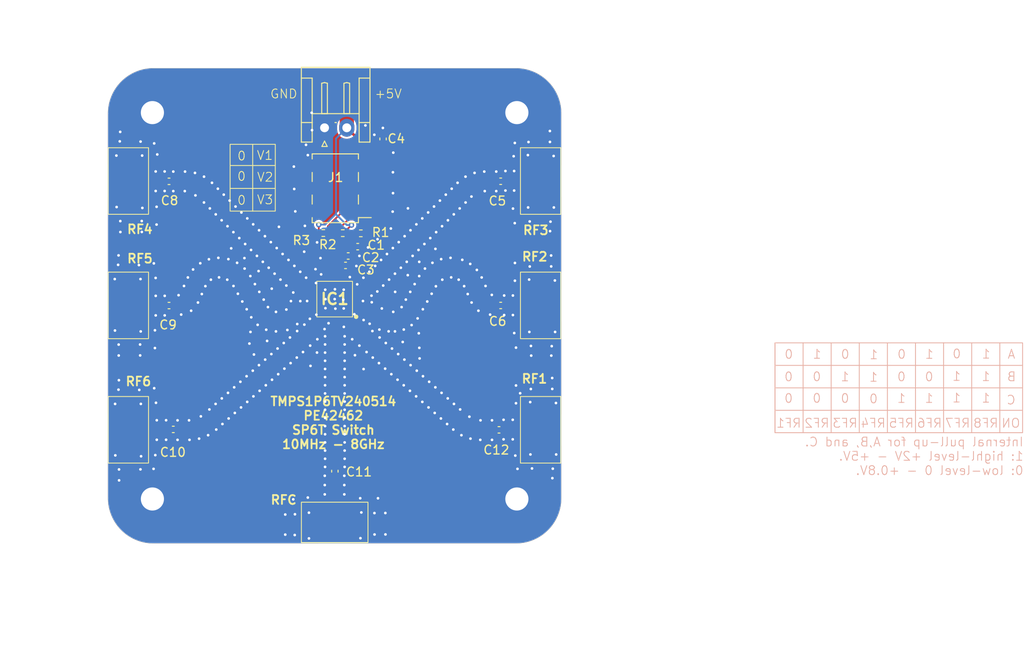
<source format=kicad_pcb>
(kicad_pcb (version 20240108) (generator "pcbnew") (generator_version "8.0")
  (layers (0 "F.Cu" signal) (31 "B.Cu" signal) (34 "B.Paste" user) (35 "F.Paste" user) (36 "B.SilkS" user "B.Silkscreen") (37 "F.SilkS" user "F.Silkscreen") (38 "B.Mask" user) (39 "F.Mask" user) (44 "Edge.Cuts" user))
  (net 0 "")
  (net 1 "/Vdd")
  (net 2 "GND")
  (net 3 "Net-(IC1-RF3)")
  (net 4 "Net-(IC1-RF2)")
  (net 5 "Net-(IC1-RF4)")
  (net 6 "Net-(C5-Pad1)")
  (net 7 "Net-(C6-Pad1)")
  (net 8 "Net-(IC1-RF5)")
  (net 9 "Net-(IC1-RF6)")
  (net 10 "Net-(IC1-RFC)")
  (net 11 "Net-(IC1-RF1)")
  (net 12 "Net-(C8-Pad2)")
  (net 13 "Net-(IC1-V3)")
  (net 14 "Net-(C9-Pad2)")
  (net 15 "Net-(C10-Pad2)")
  (net 16 "Net-(IC1-V2)")
  (net 17 "Net-(IC1-V1)")
  (net 18 "Net-(C11-Pad2)")
  (net 19 "Net-(C12-Pad2)")
  (footprint "MUSIC_Lab:via_GND" (layer "F.Cu") (at 165.37 117.9)
    (property "Reference" "U4" (hide yes))
    (property "Value" "~" (hide yes))
  )
  (footprint "Capacitor_SMD:C_0402_1005Metric" (layer "F.Cu") (at 163.36 110.21)
    (property "Reference" "C12")
    (property "Value" "4700 pF")
  )
  (footprint "MUSIC_Lab:via_GND" (layer "F.Cu") (at 124.38 117.9)
    (property "Reference" "U3" (hide yes))
    (property "Value" "~" (hide yes))
  )
  (footprint "MUSIC_Lab:via_GND" (layer "F.Cu") (at 165.37 74.414)
    (property "Reference" "U2" (hide yes))
    (property "Value" "~" (hide yes))
  )
  (footprint "Capacitor_SMD:C_0402_1005Metric" (layer "F.Cu") (at 126.25 96.22 180)
    (property "Reference" "C9")
    (property "Value" "4700 pF")
  )
  (footprint "Capacitor_SMD:C_0402_1005Metric" (layer "F.Cu") (at 150.32 77.47 90)
    (property "Reference" "C4")
    (property "Value" "1uF")
  )
  (footprint "Resistor_SMD:R_0402_1005Metric" (layer "F.Cu") (at 147.82 88.09 180)
    (property "Reference" "R1")
    (property "Value" "4.7K")
  )
  (footprint "MUSIC_Lab:via_GND" (layer "F.Cu") (at 124.38 74.414)
    (property "Reference" "U1" (hide yes))
    (property "Value" "~" (hide yes))
  )
  (footprint "Capacitor_SMD:C_0402_1005Metric" (layer "F.Cu") (at 163.55 82.23 180)
    (property "Reference" "C5")
    (property "Value" "4700 pF")
  )
  (footprint "MUSIC_Lab:SMA_Edge_step_1" (layer "F.Cu") (at 144.9934 119.7632 90)
    (property "Reference" "SMA6" (hide yes))
    (property "Value" "~" (hide yes))
  )
  (footprint "MUSIC_Lab:SMA_Edge_step_1" (layer "F.Cu") (at 167.18 96.0868 180)
    (property "Reference" "SMA4" (hide yes))
    (property "Value" "~" (hide yes))
  )
  (footprint "Capacitor_SMD:C_0402_1005Metric" (layer "F.Cu") (at 163.55 96.21 180)
    (property "Reference" "C6")
    (property "Value" "4700 pF")
  )
  (footprint "Capacitor_SMD:C_0402_1005Metric" (layer "F.Cu") (at 147.47 89.59)
    (property "Reference" "C1")
    (property "Value" "1uF")
  )
  (footprint "MUSIC_Lab:SMA_Edge_step_1" (layer "F.Cu") (at 122.5368 96.3168)
    (property "Reference" "SMA8" (hide yes))
    (property "Value" "~" (hide yes))
  )
  (footprint "MUSIC_Lab:SMA_Edge_step_1" (layer "F.Cu") (at 167.18 110.0866 180)
    (property "Reference" "SMA5" (hide yes))
    (property "Value" "~" (hide yes))
  )
  (footprint "Capacitor_SMD:C_0402_1005Metric" (layer "F.Cu") (at 126.25 82.24 180)
    (property "Reference" "C8")
    (property "Value" "4700 pF")
  )
  (footprint "Resistor_SMD:R_0402_1005Metric" (layer "F.Cu") (at 145.79 88.07 180)
    (property "Reference" "R2")
    (property "Value" "4.7K")
  )
  (footprint "MUSIC_Lab:SMA_Edge_step_1" (layer "F.Cu") (at 167.18 82.0866 180)
    (property "Reference" "SMA3" (hide yes))
    (property "Value" "~" (hide yes))
  )
  (footprint "Connector_PinHeader_2.54mm:PinHeader_2x03_P2.54mm_Vertical_SMD" (layer "F.Cu") (at 144.95 83.02 180)
    (property "Reference" "J1")
    (property "Value" "Conn_02x03_Odd_Even")
  )
  (footprint "Connector_JST:JST_EH_S2B-EH_1x02_P2.50mm_Horizontal" (layer "F.Cu") (at 143.74 76.2125)
    (property "Reference" "SMA2" (hide yes))
    (property "Value" "~")
  )
  (footprint "Capacitor_SMD:C_0402_1005Metric" (layer "F.Cu") (at 144.9 114.86 -90)
    (property "Reference" "C11")
    (property "Value" "4700 pF")
  )
  (footprint "Resistor_SMD:R_0402_1005Metric" (layer "F.Cu") (at 143.6 88.06)
    (property "Reference" "R3")
    (property "Value" "4.7K")
  )
  (footprint "Capacitor_SMD:C_0402_1005Metric" (layer "F.Cu") (at 126.7276 110.1598 180)
    (property "Reference" "C10")
    (property "Value" "4700 pF")
  )
  (footprint "MUSIC_Lab:Switch_1p6t_PE42462_QFN50P400X400X90-25N-D" (layer "F.Cu") (at 144.89 95.48 180)
    (property "Reference" "IC1")
    (property "Value" "Switch_PE42462A-X" (hide yes))
  )
  (footprint "MUSIC_Lab:SMA_Edge_step_1" (layer "F.Cu") (at 122.5368 110.3166)
    (property "Reference" "SMA7" (hide yes))
    (property "Value" "~" (hide yes))
  )
  (footprint "Capacitor_SMD:C_0402_1005Metric" (layer "F.Cu") (at 146.1 91.7)
    (property "Reference" "C3")
    (property "Value" "100 pF")
  )
  (footprint "Capacitor_SMD:C_0402_1005Metric" (layer "F.Cu") (at 146.4 90.64)
    (property "Reference" "C2")
    (property "Value" "0.1uF")
  )
  (footprint "MUSIC_Lab:SMA_Edge_step_1" (layer "F.Cu") (at 122.5368 82.3166)
    (property "Reference" "SMA9" (hide yes))
    (property "Value" "~" (hide yes))
  )
  (gr_line (start 197.5625 110.47) (end 197.5625 100.42) (stroke (width 0.1)) (layer "B.SilkS"))
  (gr_line (start 213.360694 110.465) (end 213.360694 100.415) (stroke (width 0.1)) (layer "B.SilkS"))
  (gr_line (start 194.4225 108.0125) (end 222.206526 108.0125) (stroke (width 0.1)) (layer "B.SilkS"))
  (gr_line (start 210.2 110.48) (end 210.2 100.43) (stroke (width 0.1)) (layer "B.SilkS"))
  (gr_rect (start 194.396526 100.42) (end 222.246526 110.53) (stroke (width 0.1)) (fill none) (layer "B.SilkS"))
  (gr_line (start 219.682082 110.54) (end 219.682082 100.43) (stroke (width 0.1)) (layer "B.SilkS"))
  (gr_line (start 194.396526 110.5) (end 194.396526 100.45) (stroke (width 0.1)) (layer "B.SilkS"))
  (gr_line (start 194.4125 102.9575) (end 222.246526 102.9575) (stroke (width 0.1)) (layer "B.SilkS"))
  (gr_line (start 203.878612 110.48) (end 203.878612 100.43) (stroke (width 0.1)) (layer "B.SilkS"))
  (gr_line (start 200.717918 110.51) (end 200.717918 100.46) (stroke (width 0.1)) (layer "B.SilkS"))
  (gr_line (start 194.4225 105.485) (end 222.236526 105.485) (stroke (width 0.1)) (layer "B.SilkS"))
  (gr_line (start 216.521388 110.53) (end 216.521388 100.45) (stroke (width 0.1)) (layer "B.SilkS"))
  (gr_line (start 207.039306 110.495) (end 207.039306 100.445) (stroke (width 0.1)) (layer "B.SilkS"))
  (gr_line (start 135.66 78.07) (end 135.66 85.59) (stroke (width 0.1)) (layer "F.SilkS"))
  (gr_line (start 133.17 80.46) (end 138.19 80.46) (stroke (width 0.1)) (layer "F.SilkS"))
  (gr_rect (start 133.12 78.07) (end 138.2 85.59) (stroke (width 0.1)) (fill none) (layer "F.SilkS"))
  (gr_line (start 133.13 83.04) (end 138.15 83.04) (stroke (width 0.1)) (layer "F.SilkS"))
  (gr_arc (start 124.48 122.99) (mid 120.873755 121.496245) (end 119.38 117.89) (stroke (width 0.05)) (layer "Edge.Cuts"))
  (gr_line (start 170.37 74.604) (end 170.37 117.89) (stroke (width 0.05)) (layer "Edge.Cuts"))
  (gr_arc (start 119.38 74.604) (mid 120.873755 70.997755) (end 124.48 69.504) (stroke (width 0.05)) (layer "Edge.Cuts"))
  (gr_line (start 119.38 117.89) (end 119.38 74.604) (stroke (width 0.05)) (layer "Edge.Cuts"))
  (gr_arc (start 170.37 117.89) (mid 168.876245 121.496245) (end 165.27 122.99) (stroke (width 0.05)) (layer "Edge.Cuts"))
  (gr_line (start 124.48 69.504) (end 165.27 69.504) (stroke (width 0.05)) (layer "Edge.Cuts"))
  (gr_line (start 165.27 122.99) (end 124.48 122.99) (stroke (width 0.05)) (layer "Edge.Cuts"))
  (gr_arc (start 165.27 69.504) (mid 168.876245 70.997755) (end 170.37 74.604) (stroke (width 0.05)) (layer "Edge.Cuts"))
  (gr_text "RF3" (at 203.745081 110.04 -0) (layer "B.SilkS") (effects (font (size 1 1) (thickness 0.1)) (justify left bottom mirror)))
  (gr_text "0" (at 206.0225 107.3 -0) (layer "B.SilkS") (effects (font (size 1 1) (thickness 0.1)) (justify left bottom mirror)))
  (gr_text "A" (at 221.486526 102.28 -0) (layer "B.SilkS") (effects (font (size 1 1) (thickness 0.1)) (justify left bottom mirror)))
  (gr_text "0" (at 212.2725 104.82 -0) (layer "B.SilkS") (effects (font (size 1 1) (thickness 0.1)) (justify left bottom mirror)))
  (gr_text "1" (at 215.3625 104.77 -0) (layer "B.SilkS") (effects (font (size 1 1) (thickness 0.1)) (justify left bottom mirror)))
  (gr_text "1" (at 218.6825 102.26 -0) (layer "B.SilkS") (effects (font (size 1 1) (thickness 0.1)) (justify left bottom mirror)))
  (gr_text "1" (at 218.6625 104.79 -0) (layer "B.SilkS") (effects (font (size 1 1) (thickness 0.1)) (justify left bottom mirror)))
  (gr_text "Internal pull-up for A,B, and C.\n1: highl-level +2V - +5V.\n0: low-level 0 - +0.8V." (at 222.406526 115.37 0) (layer "B.SilkS") (effects (font (size 1 1) (thickness 0.1)) (justify left bottom mirror)))
  (gr_text "1" (at 202.8125 104.82 -0) (layer "B.SilkS") (effects (font (size 1 1) (thickness 0.1)) (justify left bottom mirror)))
  (gr_text "RF8" (at 219.576526 110.04 -0) (layer "B.SilkS") (effects (font (size 1 1) (thickness 0.1)) (justify left bottom mirror)))
  (gr_text "C" (at 221.516526 107.43 -0) (layer "B.SilkS") (effects (font (size 1 1) (thickness 0.1)) (justify left bottom mirror)))
  (gr_text "0" (at 215.3825 102.24 -0) (layer "B.SilkS") (effects (font (size 1 1) (thickness 0.1)) (justify left bottom mirror)))
  (gr_text "0" (at 199.6425 104.81 -0) (layer "B.SilkS") (effects (font (size 1 1) (thickness 0.1)) (justify left bottom mirror)))
  (gr_text "RF4" (at 206.91137 110.04 -0) (layer "B.SilkS") (effects (font (size 1 1) (thickness 0.1)) (justify left bottom mirror)))
  (gr_text "RF2" (at 200.578792 110.04 -0) (layer "B.SilkS") (effects (font (size 1 1) (thickness 0.1)) (justify left bottom mirror)))
  (gr_text "1" (at 199.6625 102.28 -0) (layer "B.SilkS") (effects (font (size 1 1) (thickness 0.1)) (justify left bottom mirror)))
  (gr_text "0" (at 202.8125 107.25 -0) (layer "B.SilkS") (effects (font (size 1 1) (thickness 0.1)) (justify left bottom mirror)))
  (gr_text "1" (at 212.2925 102.29 -0) (layer "B.SilkS") (effects (font (size 1 1) (thickness 0.1)) (justify left bottom mirror)))
  (gr_text "RF6" (at 213.243948 110.04 -0) (layer "B.SilkS") (effects (font (size 1 1) (thickness 0.1)) (justify left bottom mirror)))
  (gr_text "0" (at 209.1625 104.82 -0) (layer "B.SilkS") (effects (font (size 1 1) (thickness 0.1)) (justify left bottom mirror)))
  (gr_text "RF1" (at 197.4125 110.04 -0) (layer "B.SilkS") (effects (font (size 1 1) (thickness 0.1)) (justify left bottom mirror)))
  (gr_text "1" (at 215.3625 107.2 -0) (layer "B.SilkS") (effects (font (size 1 1) (thickness 0.1)) (justify left bottom mirror)))
  (gr_text "0" (at 196.4725 107.25 -0) (layer "B.SilkS") (effects (font (size 1 1) (thickness 0.1)) (justify left bottom mirror)))
  (gr_text "1" (at 212.2725 107.25 -0) (layer "B.SilkS") (effects (font (size 1 1) (thickness 0.1)) (justify left bottom mirror)))
  (gr_text "ON" (at 222.036526 110.04 -0) (layer "B.SilkS") (effects (font (size 1 1) (thickness 0.1)) (justify left bottom mirror)))
  (gr_text "1" (at 218.6625 107.22 -0) (layer "B.SilkS") (effects (font (size 1 1) (thickness 0.1)) (justify left bottom mirror)))
  (gr_text "1" (at 206.0225 104.87 -0) (layer "B.SilkS") (effects (font (size 1 1) (thickness 0.1)) (justify left bottom mirror)))
  (gr_text "RF7" (at 216.410237 110.04 -0) (layer "B.SilkS") (effects (font (size 1 1) (thickness 0.1)) (justify left bottom mirror)))
  (gr_text "B" (at 221.566526 104.81 -0) (layer "B.SilkS") (effects (font (size 1 1) (thickness 0.1)) (justify left bottom mirror)))
  (gr_text "0" (at 209.1825 102.29 -0) (layer "B.SilkS") (effects (font (size 1 1) (thickness 0.1)) (justify left bottom mirror)))
  (gr_text "0" (at 196.4925 102.29 -0) (layer "B.SilkS") (effects (font (size 1 1) (thickness 0.1)) (justify left bottom mirror)))
  (gr_text "0" (at 196.4725 104.82 -0) (layer "B.SilkS") (effects (font (size 1 1) (thickness 0.1)) (justify left bottom mirror)))
  (gr_text "1" (at 209.1625 107.25 -0) (layer "B.SilkS") (effects (font (size 1 1) (thickness 0.1)) (justify left bottom mirror)))
  (gr_text "0" (at 199.6425 107.24 -0) (layer "B.SilkS") (effects (font (size 1 1) (thickness 0.1)) (justify left bottom mirror)))
  (gr_text "1" (at 206.0425 102.34 -0) (layer "B.SilkS") (effects (font (size 1 1) (thickness 0.1)) (justify left bottom mirror)))
  (gr_text "0" (at 202.8325 102.29 -0) (layer "B.SilkS") (effects (font (size 1 1) (thickness 0.1)) (justify left bottom mirror)))
  (gr_text "RF5" (at 210.077659 110.04 -0) (layer "B.SilkS") (effects (font (size 1 1) (thickness 0.1)) (justify left bottom mirror)))
  (gr_text "0" (at 133.87 79.97 0) (layer "F.SilkS") (effects (font (size 1 1) (thickness 0.1)) (justify left bottom)))
  (gr_text "V2" (at 136.09 82.35 0) (layer "F.SilkS") (effects (font (size 1 1) (thickness 0.1)) (justify left bottom)))
  (gr_text "RF2" (at 165.84 91.31 0) (layer "F.SilkS") (effects (font (size 1 1) (thickness 0.2) (bold yes)) (justify left bottom)))
  (gr_text "RF4" (at 121.43 88.22 0) (layer "F.SilkS") (effects (font (size 1 1) (thickness 0.2) (bold yes)) (justify left bottom)))
  (gr_text "0" (at 133.87 84.95 0) (layer "F.SilkS") (effects (font (size 1 1) (thickness 0.1)) (justify left bottom)))
  (gr_text "RF6" (at 121.27 105.35 0) (layer "F.SilkS") (effects (font (size 1 1) (thickness 0.2) (bold yes)) (justify left bottom)))
  (gr_text "RFC" (at 137.58 118.68 0) (layer "F.SilkS") (effects (font (size 1 1) (thickness 0.2) (bold yes)) (justify left bottom)))
  (gr_text "RF5" (at 121.44 91.52 0) (layer "F.SilkS") (effects (font (size 1 1) (thickness 0.2) (bold yes)) (justify left bottom)))
  (gr_text "0" (at 133.86 82.26 0) (layer "F.SilkS") (effects (font (size 1 1) (thickness 0.1)) (justify left bottom)))
  (gr_text "GND" (at 137.57 72.98 0) (layer "F.SilkS") (effects (font (size 1 1) (thickness 0.1)) (justify left bottom)))
  (gr_text "RF3" (at 165.96 88.33 0) (layer "F.SilkS") (effects (font (size 1 1) (thickness 0.2) (bold yes)) (justify left bottom)))
  (gr_text "V1" (at 136.06 79.9 0) (layer "F.SilkS") (effects (font (size 1 1) (thickness 0.1)) (justify left bottom)))
  (gr_text "RF1" (at 165.81 105.05 0) (layer "F.SilkS") (effects (font (size 1 1) (thickness 0.2) (bold yes)) (justify left bottom)))
  (gr_text "V3" (at 136.08 84.89 0) (layer "F.SilkS") (effects (font (size 1 1) (thickness 0.1)) (justify left bottom)))
  (gr_text "TMPS1P6TV240514\nPE42462\nSP6T Switch\n10MHz - 8GHz" (at 144.73 112.42 0) (layer "F.SilkS") (effects (font (size 1 1) (thickness 0.2) (bold yes)) (justify bottom)))
  (gr_text "+5V" (at 149.32 72.97 0) (layer "F.SilkS") (effects (font (size 1 1) (thickness 0.1)) (justify left bottom)))
  (segment (start 146.24 70.37) (end 146.23 70.36) (width 1.6) (layer "F.Cu") (net 1))
  (segment (start 146.3 87.63) (end 146.77 87.16) (width 0.2) (layer "F.Cu") (net 1))
  (segment (start 150.48 87.06) (end 150.59 86.95) (width 0.3) (layer "F.Cu") (net 1))
  (segment (start 150.48 78.11) (end 150.32 77.95) (width 0.2) (layer "F.Cu") (net 1))
  (segment (start 150.59 86.95) (end 150.59 78.22) (width 0.3) (layer "F.Cu") (net 1))
  (segment (start 145.62 91.7) (end 145.62 90.94) (width 0.2) (layer "F.Cu") (net 1))
  (segment (start 150.32 77.95) (end 147.9775 77.95) (width 0.3) (layer "F.Cu") (net 1))
  (segment (start 145.92 90.64) (end 146.97 89.59) (width 0.2) (layer "F.Cu") (net 1))
  (segment (start 147.9775 77.95) (end 146.24 76.2125) (width 0.3) (layer "F.Cu") (net 1))
  (segment (start 147.75 88.88) (end 148.33 88.3) (width 0.2) (layer "F.Cu") (net 1))
  (segment (start 145.64 91.72) (end 145.62 91.7) (width 0.2) (layer "F.Cu") (net 1))
  (segment (start 146.97 89.59) (end 146.99 89.59) (width 0.2) (layer "F.Cu") (net 1))
  (segment (start 145.64 93.48) (end 145.64 91.72) (width 0.2) (layer "F.Cu") (net 1))
  (segment (start 146.3 88.07) (end 146.3 87.63) (width 0.2) (layer "F.Cu") (net 1))
  (segment (start 145.62 90.94) (end 145.92 90.64) (width 0.2) (layer "F.Cu") (net 1))
  (segment (start 146.24 76.2125) (end 146.24 70.37) (width 1.6) (layer "F.Cu") (net 1))
  (segment (start 149.45 88.09) (end 150.48 87.06) (width 0.2) (layer "F.Cu") (net 1))
  (segment (start 147.3 88.88) (end 147.75 88.88) (width 0.2) (layer "F.Cu") (net 1))
  (segment (start 150.59 78.22) (end 150.48 78.11) (width 0.3) (layer "F.Cu") (net 1))
  (segment (start 148.33 88.09) (end 149.45 88.09) (width 0.2) (layer "F.Cu") (net 1))
  (segment (start 143.09 88.06) (end 143.09 87.11) (width 0.2) (layer "F.Cu") (net 1))
  (segment (start 148.33 88.3) (end 148.33 88.09) (width 0.2) (layer "F.Cu") (net 1))
  (segment (start 146.99 89.59) (end 146.99 89.19) (width 0.2) (layer "F.Cu") (net 1))
  (segment (start 146.99 89.19) (end 147.3 88.88) (width 0.2) (layer "F.Cu") (net 1))
  (via (at 146.77 87.16) (size 0.6) (drill 0.3) (layers "F.Cu" "B.Cu") (net 1))
  (via (at 143.09 87.11) (size 0.6) (drill 0.3) (layers "F.Cu" "B.Cu") (net 1))
  (segment (start 146.77 87.16) (end 146.24 87.16) (width 0.2) (layer "B.Cu") (net 1))
  (segment (start 145.03 77.4225) (end 146.24 76.2125) (width 0.2) (layer "B.Cu") (net 1))
  (segment (start 143.09 87.11) (end 143.81 87.11) (width 0.2) (layer "B.Cu") (net 1))
  (segment (start 146.24 87.16) (end 145.03 85.95) (width 0.2) (layer "B.Cu") (net 1))
  (segment (start 143.81 87.11) (end 144.97 85.95) (width 0.2) (layer "B.Cu") (net 1))
  (segment (start 144.97 85.95) (end 145.03 85.95) (width 0.2) (layer "B.Cu") (net 1))
  (segment (start 145.03 85.95) (end 145.03 77.4225) (width 0.2) (layer "B.Cu") (net 1))
  (segment (start 142.89 95.73) (end 144.64 95.73) (width 0.3) (layer "F.Cu") (net 2))
  (segment (start 142.89 95.73) (end 141.020972 95.73) (width 0.3) (layer "F.Cu") (net 2))
  (segment (start 145.64 98.4) (end 146 98.76) (width 0.3) (layer "F.Cu") (net 2))
  (segment (start 145.14 95.73) (end 144.89 95.48) (width 0.3) (layer "F.Cu") (net 2))
  (segment (start 148.928468 95.73) (end 149.048646 95.850178) (width 0.3) (layer "F.Cu") (net 2))
  (segment (start 146.89 95.73) (end 145.14 95.73) (width 0.3) (layer "F.Cu") (net 2))
  (segment (start 146.89 95.73) (end 148.928468 95.73) (width 0.3) (layer "F.Cu") (net 2))
  (segment (start 144.64 95.73) (end 144.89 95.48) (width 0.3) (layer "F.Cu") (net 2))
  (segment (start 145.64 96.23) (end 144.89 95.48) (width 0.3) (layer "F.Cu") (net 2))
  (segment (start 145.64 97.48) (end 145.64 96.23) (width 0.3) (layer "F.Cu") (net 2))
  (segment (start 145.64 97.48) (end 145.64 98.4) (width 0.3) (layer "F.Cu") (net 2))
  (segment (start 141.020972 95.73) (end 141.014143 95.723171) (width 0.3) (layer "F.Cu") (net 2))
  (via (at 140.33 83.1) (size 0.5) (drill 0.3) (layers "F.Cu" "B.Cu") (net 2))
  (via (at 144.8784 95.4928) (size 0.5) (drill 0.3) (layers "F.Cu" "B.Cu") (net 2))
  (via (at 132.9246 90.997061) (size 0.5) (drill 0.3) (layers "F.Cu" "B.Cu") (net 2))
  (via (at 142.2908 74.5236) (size 0.5) (drill 0.3) (layers "F.Cu" "B.Cu") (net 2))
  (via (at 132.403929 83.739062) (size 0.5) (drill 0.3) (layers "F.Cu" "B.Cu") (net 2))
  (via (at 169.79 112.98) (size 0.5) (drill 0.3) (layers "F.Cu" "B.Cu") (net 2))
  (via (at 169.149 86.7802) (size 0.5) (drill 0.3) (layers "F.Cu" "B.Cu") (net 2))
  (via (at 138.359511 89.749511) (size 0.5) (drill 0.3) (layers "F.Cu" "B.Cu") (net 2))
  (via (at 167.0722 114.5548) (size 0.5) (drill 0.3) (layers "F.Cu" "B.Cu") (net 2))
  (via (at 169.229 91.813999) (size 0.5) (drill 0.3) (layers "F.Cu" "B.Cu") (net 2))
  (via (at 134.747171 92.058622) (size 0.5) (drill 0.3) (layers "F.Cu" "B.Cu") (net 2))
  (via (at 165.74 106.09) (size 0.5) (drill 0.3) (layers "F.Cu" "B.Cu") (net 2))
  (via (at 146.849123 100.012082) (size 0.5) (drill 0.3) (layers "F.Cu" "B.Cu") (net 2))
  (via (at 131.559864 110.177178) (size 0.5) (drill 0.3) (layers "F.Cu" "B.Cu") (net 2))
  (via (at 133.499068 94.019241) (size 0.5) (drill 0.3) (layers "F.Cu" "B.Cu") (net 2))
  (via (at 140.29 80.58) (size 0.5) (drill 0.3) (layers "F.Cu" "B.Cu") (net 2))
  (via (at 151.2 87.55) (size 0.5) (drill 0.3) (layers "F.Cu" "B.Cu") (net 2))
  (via (at 134.389123 85.742545) (size 0.5) (drill 0.3) (layers "F.Cu" "B.Cu") (net 2))
  (via (at 151.420488 89.749511) (size 0.5) (drill 0.3) (layers "F.Cu" "B.Cu") (net 2))
  (via (at 162.5724 111.336) (size 0.5) (drill 0.3) (layers "F.Cu" "B.Cu") (net 2))
  (via (at 149.931104 99.812525) (size 0.5) (drill 0.3) (layers "F.Cu" "B.Cu") (net 2))
  (via (at 164.904364 111.2766) (size 0.5) (drill 0.3) (layers "F.Cu" "B.Cu") (net 2))
  (via (at 164.923514 97.29) (size 0.5) (drill 0.3) (layers "F.Cu" "B.Cu") (net 2))
  (via (at 120.572 90.5728) (size 0.5) (drill 0.3) (layers "F.Cu" "B.Cu") (net 2))
  (via (at 127.2076 111.336) (size 0.5) (drill 0.3) (layers "F.Cu" "B.Cu") (net 2))
  (via (at 149.352 119.577) (size 0.5) (drill 0.3) (layers "F.Cu" "B.Cu") (net 2))
  (via (at 156.855397 90.99706) (size 0.5) (drill 0.3) (layers "F.Cu" "B.Cu") (net 2))
  (via (at 137.831331 104.568381) (size 0.5) (drill 0.3) (layers "F.Cu" "B.Cu") (net 2))
  (via (at 124.6658 99.0046) (size 0.5) (drill 0.3) (layers "F.Cu" "B.Cu") (net 2))
  (via (at 158.938822 85.287548) (size 0.5) (drill 0.3) (layers "F.Cu" "B.Cu") (net 2))
  (via (at 137.134501 105.19158) (size 0.5) (drill 0.3) (layers "F.Cu" "B.Cu") (net 2))
  (via (at 151.68 94.68) (size 0.5) (drill 0.3) (layers "F.Cu" "B.Cu") (net 2))
  (via (at 165.272 100.956) (size 0.5) (drill 0.3) (layers "F.Cu" "B.Cu") (net 2))
  (via (at 143.8 107.948235) (size 0.5) (drill 0.3) (layers "F.Cu" "B.Cu") (net 2))
  (via (at 120.1846 107.2888) (size 0.5) (drill 0.3) (layers "F.Cu" "B.Cu") (net 2))
  (via (at 166.869 107.0872) (size 0.5) (drill 0.3) (layers "F.Cu" "B.Cu") (net 2))
  (via (at 141.668168 93.08865) (size 0.5) (drill 0.3) (layers "F.Cu" "B.Cu") (net 2))
  (via (at 154.39 91.3) (size 0.5) (drill 0.3) (layers "F.Cu" "B.Cu") (net 2))
  (via (at 146 99.678823) (size 0.5) (drill 0.3) (layers "F.Cu" "B.Cu") (net 2))
  (via (at 148.46452 101.452383) (size 0.5) (drill 0.3) (layers "F.Cu" "B.Cu") (net 2))
  (via (at 134.274258 104.798122) (size 0.5) (drill 0.3) (layers "F.Cu" "B.Cu") (net 2))
  (via (at 161.044157 96.802123) (size 0.5) (drill 0.3) (layers "F.Cu" "B.Cu") (net 2))
  (via (at 130.179446 84.61972) (size 0.5) (drill 0.3) (layers "F.Cu" "B.Cu") (net 2))
  (via (at 155.390876 85.742545) (size 0.5) (drill 0.3) (layers "F.Cu" "B.Cu") (net 2))
  (via (at 148.13 103.37) (size 0.5) (drill 0.3) (layers "F.Cu" "B.Cu") (net 2))
  (via (at 156.202571 105.421321) (size 0.5) (drill 0.3) (layers "F.Cu" "B.Cu") (net 2))
  (via (at 128.500722 109.136285) (size 0.5) (drill 0.3) (layers "F.Cu" "B.Cu") (net 2))
  (via (at 150.758757 90.417339) (size 0.5) (drill 0.3) (layers "F.Cu" "B.Cu") (net 2))
  (via (at 135.41 99.19) (size 0.5) (drill 0.3) (layers "F.Cu" "B.Cu") (net 2))
  (via (at 145.9634 117.47124) (size 0.5) (drill 0.3) (layers "F.Cu" "B.Cu") (net 2))
  (via (at 146 105.191764) (size 0.5) (drill 0.3) (layers "F.Cu" "B.Cu") (net 2))
  (via (at 120.5256 91.6386) (size 0.5) (drill 0.3) (layers "F.Cu" "B.Cu") (net 2))
  (via (at 169.5046 79.3888) (size 0.5) (drill 0.3) (layers "F.Cu" "B.Cu") (net 2))
  (via (at 169.289 100.7902) (size 0.5) (drill 0.3) (layers "F.Cu" "B.Cu") (net 2))
  (via (at 169.082 76.576) (size 0.5) (drill 0.3) (layers "F.Cu" "B.Cu") (net 2))
  (via (at 154.306703 89.962342) (size 0.5) (drill 0.3) (layers "F.Cu" "B.Cu") (net 2))
  (via (at 150.555009 103.321981) (size 0.5) (drill 0.3) (layers "F.Cu" "B.Cu") (net 2))
  (via (at 145.8468 95.5548) (size 0.5) (drill 0.3) (layers "F.Cu" "B.Cu") (net 2))
  (via (at 154.067413 87.0782) (size 0.5) (drill 0.3) (layers "F.Cu" "B.Cu") (net 2))
  (via (at 139.152066 100.435724) (size 0.5) (drill 0.3) (layers "F.Cu" "B.Cu") (net 2))
  (via (at 120.771 86.716001) (size 0.5) (drill 0.3) (layers "F.Cu" "B.Cu") (net 2))
  (via (at 162.55 95.02) (size 0.5) (drill 0.3) (layers "F.Cu" "B.Cu") (net 2))
  (via (at 160.611024 81.290278) (size 0.5) (drill 0.3) (layers "F.Cu" "B.Cu") (net 2))
  (via (at 129.168974 81.290277) (size 0.5) (drill 0.3) (layers "F.Cu" "B.Cu") (net 2))
  (via (at 165.44 114.6) (size 0.5) (drill 0.3) (layers "F.Cu" "B.Cu") (net 2))
  (via (at 136.374317 87.746028) (size 0.5) (drill 0.3) (layers "F.Cu" "B.Cu") (net 2))
  (via (at 140.45 85.62) (size 0.5) (drill 0.3) (layers "F.Cu" "B.Cu") (net 2))
  (via (at 149.674584 94.637136) (size 0.5) (drill 0.3) (layers "F.Cu" "B.Cu") (net 2))
  (via (at 134.48897 95.764443) (size 0.5) (drill 0.3) (layers "F.Cu" "B.Cu") (net 2))
  (via (at 133.577428 105.421321) (size 0.5) (drill 0.3) (layers "F.Cu" "B.Cu") (net 2))
  (via (at 137.45849 91.965825) (size 0.5) (drill 0.3) (layers "F.Cu" "B.Cu") (net 2))
  (via (at 156.052607 85.074717) (size 0.5) (drill 0.3) (layers "F.Cu" "B.Cu") (net 2))
  (via (at 139.22499 103.321981) (size 0.5) (drill 0.3) (layers "F.Cu" "B.Cu") (net 2))
  (via (at 166.939 105.614) (size 0.5) (drill 0.3) (layers "F.Cu" "B.Cu") (net 2))
  (via (at 127.2076 109.136) (size 0.5) (drill 0.3) (layers "F.Cu" "B.Cu") (net 2))
  (via (at 142.12259 100.731655) (size 0.5) (drill 0.3) (layers "F.Cu" "B.Cu") (net 2))
  (via (at 122.9956 100.6048) (size 0.5) (drill 0.3) (layers "F.Cu" "B.Cu") (net 2))
  (via (at 152.651916 98.921742) (size 0.5) (drill 0.3) (layers "F.Cu" "B.Cu") (net 2))
  (via (at 141.31548 101.452383) (size 0.5) (drill 0.3) (layers "F.Cu" "B.Cu") (net 2))
  (via (at 145.9634 116.42392) (size 0.5) (drill 0.3) (layers "F.Cu" "B.Cu") (net 2))
  (via (at 134.149834 88.626686) (size 0.5) (drill 0.3) (layers "F.Cu" "B.Cu") (net 2))
  (via (at 135.29 100.5) (size 0.5) (drill 0.3) (layers "F.Cu" "B.Cu") (net 2))
  (via (at 124.8512 85.1058) (size 0.5) (drill 0.3) (layers "F.Cu" "B.Cu") (net 2))
  (via (at 166.9522 100.7648) (size 0.5) (drill 0.3) (layers "F.Cu" "B.Cu") (net 2))
  (via (at 146 106.110588) (size 0.5) (drill 0.3) (layers "F.Cu" "B.Cu") (net 2))
  (via (at 143.8 111.623529) (size 0.5) (drill 0.3) (layers "F.Cu" "B.Cu") (net 2))
  (via (at 127.934378 94.015765) (size 0.5) (drill 0.3) (layers "F.Cu" "B.Cu") (net 2))
  (via (at 129.763924 91.459427) (size 0.5) (drill 0.3) (layers "F.Cu" "B.Cu") (net 2))
  (via (at 141.859 117.8306) (size 0.5) (drill 0.3) (layers "F.Cu" "B.Cu") (net 2))
  (via (at 141.5288 87.249) (size 0.5) (drill 0.3) (layers "F.Cu" "B.Cu") (net 2))
  (via (at 166.634401 85.18) (size 0.5) (drill 0.3) (layers "F.Cu" "B.Cu") (net 2))
  (via (at 146 101.51647) (size 0.5) (drill 0.3) (layers "F.Cu" "B.Cu") (net 2))
  (via (at 160.868692 92.210351) (size 0.5) (drill 0.3) (layers "F.Cu" "B.Cu") (net 2))
  (via (at 165.0726 99.317) (size 0.5) (drill 0.3) (layers "F.Cu" "B.Cu") (net 2))
  (via (at 169.342 104.376) (size 0.5) (drill 0.3) (layers "F.Cu" "B.Cu") (net 2))
  (via (at 143.7634 115.3766) (size 0.5) (drill 0.3) (layers "F.Cu" "B.Cu") (net 2))
  (via (at 166.894401 112.98) (size 0.5) (drill 0.3) (layers "F.Cu" "B.Cu") (net 2))
  (via (at 154.808912 104.174922) (size 0.5) (drill 0.3) (layers "F.Cu" "B.Cu") (net 2))
  (via (at 155.29103 95.764443) (size 0.5) (drill 0.3) (layers "F.Cu" "B.Cu") (net 2))
  (via (at 163.05 83.34) (size 0.5) (drill 0.3) (layers "F.Cu" "B.Cu") (net 2))
  (via (at 134.971088 104.174922) (size 0.5) (drill 0.3) (layers "F.Cu" "B.Cu") (net 2))
  (via (at 157.908745 90.850597) (size 0.5) (drill 0.3) (layers "F.Cu" "B.Cu") (net 2))
  (via (at 123.1056 113.1816) (size 0.5) (drill 0.3) (layers "F.Cu" "B.Cu") (net 2))
  (via (at 165.132 86.946) (size 0.5) (drill 0.3) (layers "F.Cu" "B.Cu") (net 2))
  (via (at 143.7634 116.42392) (size 0.5) (drill 0.3) (layers "F.Cu" "B.Cu") (net 2))
  (via (at 153.342328 105.81478) (size 0.5) (drill 0.3) (layers "F.Cu" "B.Cu") (net 2))
  (via (at 136.897521 95.551624) (size 0.5) (drill 0.3) (layers "F.Cu" "B.Cu") (net 2))
  (via (at 137.28 100.2) (size 0.5) (drill 0.3) (layers "F.Cu" "B.Cu") (net 2))
  (via (at 143.8 113.461176) (size 0.5) (drill 0.3) (layers "F.Cu" "B.Cu") (net 2))
  (via (at 123.040199 93.2388) (size 0.5) (drill 0.3) (layers "F.Cu" "B.Cu") (net 2))
  (via (at 152.406224 96.392514) (size 0.5) (drill 0.3) (layers "F.Cu" "B.Cu") (net 2))
  (via (at 124.5826 105.5228) (size 0.5) (drill 0.3) (layers "F.Cu" "B.Cu") (net 2))
  (via (at 159.440597 94.038258) (size 0.5) (drill 0.3) (layers "F.Cu" "B.Cu") (net 2))
  (via (at 151.659777 92.633652) (size 0.5) (drill 0.3) (layers "F.Cu" "B.Cu") (net 2))
  (via (at 132.880598 106.044521) (size 0.5) (drill 0.3) (layers "F.Cu" "B.Cu") (net 2))
  (via (at 141.6558 78.1304) (size 0.5) (drill 0.3) (layers "F.Cu" "B.Cu") (net 2))
  (via (at 124.752285 97.3268) (size 0.5) (drill 0.3) (layers "F.Cu" "B.Cu") (net 2))
  (via (at 143.8 105.191764) (size 0.5) (drill 0.3) (layers "F.Cu" "B.Cu") (net 2))
  (via (at 133.06566 84.40689) (size 0.5) (drill 0.3) (layers "F.Cu" "B.Cu") (net 2))
  (via (at 128.953741 92.160027) (size 0.5) (drill 0.3) (layers "F.Cu" "B.Cu") (net 2))
  (via (at 132.183769 106.667721) (size 0.5) (drill 0.3) (layers "F.Cu" "B.Cu") (net 2))
  (via (at 141.006436 92.420822) (size 0.5) (drill 0.3) (layers "F.Cu" "B.Cu") (net 2))
  (via (at 146 102.435294) (size 0.5) (drill 0.3) (layers "F.Cu" "B.Cu") (net 2))
  (via (at 135.712586 87.0782) (size 0.5) (drill 0.3) (layers "F.Cu" "B.Cu") (net 2))
  (via (at 143.2814 90.8812) (size 0.5) (drill 0.3) (layers "F.Cu" "B.Cu") (net 2))
  (via (at 154.968434 89.294514) (size 0.5) (drill 0.3) (layers "F.Cu" "B.Cu") (net 2))
  (via (at 129.937684 94.925033) (size 0.5) (drill 0.3) (layers "F.Cu" "B.Cu") (net 2))
  (via (at 150.336315 93.969308) (size 0.5) (drill 0.3) (layers "F.Cu" "B.Cu") (net 2))
  (via (at 141.86 79.29) (size 0.5) (drill 0.3) (layers "F.Cu" "B.Cu") (net 2))
  (via (at 146 108.867058) (size 0.5) (drill 0.3) (layers "F.Cu" "B.Cu") (net 2))
  (via (at 135.497565 97.541352) (size 0.5) (drill 0.3) (layers "F.Cu" "B.Cu") (net 2))
  (via (at 120.17 99.03) (size 0.5) (drill 0.3) (layers "F.Cu" "B.Cu") (net 2))
  (via (at 137.758406 101.682123) (size 0.5) (drill 0.3) (layers "F.Cu" "B.Cu") (net 2))
  (via (at 151.4 85.65) (size 0.5) (drill 0.3) (layers "F.Cu" "B.Cu") (net 2))
  (via (at 131.874339 93.049296) (size 0.5) (drill 0.3) (layers "F.Cu" "B.Cu") (net 2))
  (via (at 143.8 109.785882) (size 0.5) (drill 0.3) (layers "F.Cu" "B.Cu") (net 2))
  (via (at 144.907 94.3864) (size 0.5) (drill 0.3) (layers "F.Cu" "B.Cu") (net 2))
  (via (at 147.657407 100.731654) (size 0.5) (drill 0.3) (layers "F.Cu" "B.Cu") (net 2))
  (via (at 140.658502 99.089569) (size 0.5) (drill 0.3) (layers "F.Cu" "B.Cu") (net 2))
  (via (at 165.272001 105.216) (size 0.5) (drill 0.3) (layers "F.Cu" "B.Cu") (net 2))
  (via (at 142.16 103.01) (size 0.5) (drill 0.3) (layers "F.Cu" "B.Cu") (net 2))
  (via (at 140.61865 102.075582) (size 0.5) (drill 0.3) (layers "F.Cu" "B.Cu") (net 2))
  (via (at 148.06 95.71) (size 0.5) (drill 0.3) (layers "F.Cu" "B.Cu") (net 2))
  (via (at 120.5656 105.6886) (size 0.5) (drill 0.3) (layers "F.Cu" "B.Cu") (net 2))
  (via (at 142.82 97.25) (size 0.5) (drill 0.3) (layers "F.Cu" "B.Cu") (net 2))
  (via (at 135.740842 106.43798) (size 0.5) (drill 0.3) (layers "F.Cu" "B.Cu") (net 2))
  (via (at 124.58 77.97) (size 0.5) (drill 0.3) (layers "F.Cu" "B.Cu") (net 2))
  (via (at 142.78 93.68) (size 0.5) (drill 0.3) (layers "F.Cu" "B.Cu") (net 2))
  (via (at 151.47 79.01) (size 0.5) (drill 0.3) (layers "F.Cu" "B.Cu") (net 2))
  (via (at 149.7 88.75) (size 0.5) (drill 0.3) (layers "F.Cu" "B.Cu") (net 2))
  (via (at 120.778 87.944) (size 0.5) (drill 0.3) (layers "F.Cu" "B.Cu") (net 2))
  (via (at 140.4112 119.7102) (size 0.5) (drill 0.3) (layers "F.Cu" "B.Cu") (net 2))
  (via (at 159.600553 84.61972) (size 0.5) (drill 0.3) (layers "F.Cu" "B.Cu") (net 2))
  (via (at 146 111.623529) (size 0.5) (drill 0.3) (layers "F.Cu" "B.Cu") (net 2))
  (via (at 169.6446 93.3988) (size 0.5) (drill 0.3) (layers "F.Cu" "B.Cu") (net 2))
  (via (at 153.872381 93.806422) (size 0.5) (drill 0.3) (layers "F.Cu" "B.Cu") (net 2))
  (via (at 150.59 121.98) (size 0.5) (drill 0.3) (layers "F.Cu" "B.Cu") (net 2))
  (via (at 130.186118 81.714327) (size 0.5) (drill 0.3) (layers "F.Cu" "B.Cu") (net 2))
  (via (at 120.3554 85.1312) (size 0.5) (drill 0.3) (layers "F.Cu" "B.Cu") (net 2))
  (via (at 143.3576 92.71) (size 0.5) (drill 0.3) (layers "F.Cu" "B.Cu") (net 2))
  (via (at 156.714339 84.40689) (size 0.5) (drill 0.3) (layers "F.Cu" "B.Cu") (net 2))
  (via (at 134.983921 96.637044) (size 0.5) (drill 0.3) (layers "F.Cu" "B.Cu") (net 2))
  (via (at 151.324763 101.058924) (size 0.5) (drill 0.3) (layers "F.Cu" "B.Cu") (net 2))
  (via (at 146 114.38) (size 0.5) (drill 0.3) (layers "F.Cu" "B.Cu") (net 2))
  (via (at 147.16 101.81) (size 0.5) (drill 0.3) (layers "F.Cu" "B.Cu") (net 2))
  (via (at 134.811565 89.294514) (size 0.5) (drill 0.3) (layers "F.Cu" "B.Cu") (net 2))
  (via (at 161.279284 109.136286) (size 0.5) (drill 0.3) (layers "F.Cu" "B.Cu") (net 2))
  (via (at 143.8 102.435294) (size 0.5) (drill 0.3) (layers "F.Cu" "B.Cu") (net 2))
  (via (at 150.58 119.57) (size 0.5) (drill 0.3) (layers "F.Cu" "B.Cu") (net 2))
  (via (at 135.473296 89.962342) (size 0.5) (drill 0.3) (layers "F.Cu" "B.Cu") (net 2))
  (via (at 147.66 90.63) (size 0.5) (drill 0.3) (layers "F.Cu" "B.Cu") (net 2))
  (via (at 157.981255 93.049401) (size 0.5) (drill 0.3) (layers "F.Cu" "B.Cu") (net 2))
  (via (at 154.34 99.34) (size 0.5) (drill 0.3) (layers "F.Cu" "B.Cu") (net 2))
  (via (at 149.907095 98.92613) (size 0.5) (drill 0.3) (layers "F.Cu" "B.Cu") (net 2))
  (via (at 140.344705 91.752994) (size 0.5) (drill 0.3) (layers "F.Cu" "B.Cu") (net 2))
  (via (at 169.53 85.18) (size 0.5) (drill 0.3) (layers "F.Cu" "B.Cu") (net 2))
  (via (at 151.44 83.57) (size 0.5) (drill 0.3) (layers "F.Cu" "B.Cu") (net 2))
  (via (at 169.1026 87.846) (size 0.5) (drill 0.3) (layers "F.Cu" "B.Cu") (net 2))
  (via (at 166.819 91.824) (size 0.5) (drill 0.3) (layers "F.Cu" "B.Cu") (net 2))
  (via (at 130.736737 91.01124) (size 0.5) (drill 0.3) (layers "F.Cu" "B.Cu") (net 2))
  (via (at 147.8788 119.507) (size 0.5) (drill 0.3) (layers "F.Cu" "B.Cu") (net 2))
  (via (at 138.61 87.36) (size 0.5) (drill 0.3) (layers "F.Cu" "B.Cu") (net 2))
  (via (at 146 109.785882) (size 0.5) (drill 0.3) (layers "F.Cu" "B.Cu") (net 2))
  (via (at 166.774401 99.19) (size 0.5) (drill 0.3) (layers "F.Cu" "B.Cu") (net 2))
  (via (at 128.05 81.14) (size 0.5) (drill 0.3) (layers "F.Cu" "B.Cu") (net 2))
  (via (at 155.630165 88.626686) (size 0.5) (drill 0.3) (layers "F.Cu" "B.Cu") (net 2))
  (via (at 122.9024 105.714) (size 0.5) (drill 0.3) (layers "F.Cu" "B.Cu") (net 2))
  (via (at 149.362 121.987) (size 0.5) (drill 0.3) (layers "F.Cu" "B.Cu") (net 2))
  (via (at 152.082219 89.081683) (size 0.5) (drill 0.3) (layers "F.Cu" "B.Cu") (net 2))
  (via (at 143.8 112.542352) (size 0.5) (drill 0.3) (layers "F.Cu" "B.Cu") (net 2))
  (via (at 144.19 98.21) (size 0.5) (drill 0.3) (layers "F.Cu" "B.Cu") (net 2))
  (via (at 164.904364 109.0766) (size 0.5) (drill 0.3) (layers "F.Cu" "B.Cu") (net 2))
  (via (at 152.321509 91.965825) (size 0.5) (drill 0.3) (layers "F.Cu" "B.Cu") (net 2))
  (via (at 128.735835 96.802126) (size 0.5) (drill 0.3) (layers "F.Cu" "B.Cu") (net 2))
  (via (at 149.121498 99.089571) (size 0.5) (drill 0.3) (layers "F.Cu" "B.Cu") (net 2))
  (via (at 129.62983 111.199218) (size 0.5) (drill 0.3) (layers "F.Cu" "B.Cu") (net 2))
  (via (at 143.8 103.354117) (size 0.5) (drill 0.3) (layers "F.Cu" "B.Cu") (net 2))
  (via (at 126.73 83.34) (size 0.5) (drill 0.3) (layers "F.Cu" "B.Cu") (net 2))
  (via (at 120.6326 115.8928) (size 0.5) (drill 0.3) (layers "F.Cu" "B.Cu") (net 2))
  (via (at 148.811712 98.26837) (size 0.5) (drill 0.3) (layers "F.Cu" "B.Cu") (net 2))
  (via (at 123.0026 101.8328) (size 0.5) (drill 0.3) (layers "F.Cu" "B.Cu") (net 2))
  (via (at 164.0834 81.0766) (size 0.5) (drill 0.3) (layers "F.Cu" "B.Cu") (net 2))
  (via (at 149.858179 102.698782) (size 0.5) (drill 0.3) (layers "F.Cu" "B.Cu") (net 2))
  (via (at 132.256693 109.553978) (size 0.5) (drill 0.3) (layers "F.Cu" "B.Cu") (net 2))
  (via (at 149.161349 102.075582) (size 0.5) (drill 0.3) (layers "F.Cu" "B.Cu") (net 2))
  (via (at 120.6256 114.664801) (size 0.5) (drill 0.3) (layers "F.Cu" "B.Cu") (net 2))
  (via (at 124.870935 111.3266) (size 0.5) (drill 0.3) (layers "F.Cu" "B.Cu") (net 2))
  (via (at 148.131354 97.849822) (size 0.5) (drill 0.3) (layers "F.Cu" "B.Cu") (net 2))
  (via (at 138.275858 99.129832) (size 0.5) (drill 0.3) (layers "F.Cu" "B.Cu") (net 2))
  (via (at 159.842315 94.925033) (size 0.5) (drill 0.3) (layers "F.Cu" "B.Cu") (net 2))
  (via (at 142.9 89.11) (size 0.5) (drill 0.3) (layers "F.Cu" "B.Cu") (net 2))
  (via (at 163.94 97.29) (size 0.5) (drill 0.3) (layers "F.Cu" "B.Cu") (net 2))
  (via (at 163.8734 111.2766) (size 0.5) (drill 0.3) (layers "F.Cu" "B.Cu") (net 2))
  (via (at 143.8 101.51647) (size 0.5) (drill 0.3) (layers "F.Cu" "B.Cu") (net 2))
  (via (at 153.644971 90.630169) (size 0.5) (drill 0.3) (layers "F.Cu" "B.Cu") (net 2))
  (via (at 134.73 90.88) (size 0.5) (drill 0.3) (layers "F.Cu" "B.Cu") (net 2))
  (via (at 161.2542 111.336) (size 0.5) (drill 0.3) (layers "F.Cu" "B.Cu") (net 2))
  (via (at 139.021242 90.417339) (size 0.5) (drill 0.3) (layers "F.Cu" "B.Cu") (net 2))
  (via (at 152.53 100.32) (size 0.5) (drill 0.3) (layers "F.Cu" "B.Cu") (net 2))
  (via (at 138.455236 101.058924) (size 0.5) (drill 0.3) (layers "F.Cu" "B.Cu") (net 2))
  (via (at 169.67 99.19) (size 0.5) (drill 0.3) (layers "F.Cu" "B.Cu") (net 2))
  (via (at 120.612 104.6228) (size 0.5) (drill 0.3) (layers "F.Cu" "B.Cu") (net 2))
  (via (at 135.050854 86.410373) (size 0.5) (drill 0.3) (layers "F.Cu" "B.Cu") (net 2))
  (via (at 142.89 101.51) (size 0.5) (drill 0.3) (layers "F.Cu" "B.Cu") (net 2))
  (via (at 150.3 76.23) (size 0.5) (drill 0.3) (layers "F.Cu" "B.Cu") (net 2))
  (via (at 135.667917 103.551722) (size 0.5) (drill 0.3) (layers "F.Cu" "B.Cu") (net 2))
  (via (at 162.5724 109.136) (size 0.5) (drill 0.3) (layers "F.Cu" "B.Cu") (net 2))
  (via (at 155.032824 92.058623) (size 0.5) (drill 0.3) (layers "F.Cu" "B.Cu") (net 2))
  (via (at 140.3858 122.047) (size 0.5) (drill 0.3) (layers "F.Cu" "B.Cu") (net 2))
  (via (at 136.437672 105.81478) (size 0.5) (drill 0.3) (layers "F.Cu" "B.Cu") (net 2))
  (via (at 154.039157 106.43798) (size 0.5) (drill 0.3) (layers "F.Cu" "B.Cu") (net 2))
  (via (at 138.120222 92.633652) (size 0.5) (drill 0.3) (layers "F.Cu" "B.Cu") (net 2))
  (via (at 163.8734 109.0766) (size 0.5) (drill 0.3) (layers "F.Cu" "B.Cu") (net 2))
  (via (at 133.994019 94.891842) (size 0.5) (drill 0.3) (layers "F.Cu" "B.Cu") (net 2))
  (via (at 149.048646 95.850178) (size 0.5) (drill 0.3) (layers "F.Cu" "B.Cu") (net 2))
  (via (at 169.3626 115.646) (size 0.5) (drill 0.3) (layers "F.Cu" "B.Cu") (net 2))
  (via (at 165.0088 79.4142) (size 0.5) (drill 0.3) (layers "F.Cu" "B.Cu") (net 2))
  (via (at 143.8 104.272941) (size 0.5) (drill 0.3) (layers "F.Cu" "B.Cu") (net 2))
  (via (at 165.1926 113.107) (size 0.5) (drill 0.3) (layers "F.Cu" "B.Cu") (net 2))
  (via (at 124.7058 113.0546) (size 0.5) (drill 0.3) (layers "F.Cu" "B.Cu") (net 2))
  (via (at 152.645498 105.19158) (size 0.5) (drill 0.3) (layers "F.Cu" "B.Cu") (net 2))
  (via (at 134.347182 107.684379) (size 0.5) (drill 0.3) (layers "F.Cu" "B.Cu") (net 2))
  (via (at 137.180606 98.941037) (size 0.5) (drill 0.3) (layers "F.Cu" "B.Cu") (net 2))
  (via (at 120.711 77.7398) (size 0.5) (drill 0.3) (layers "F.Cu" "B.Cu") (net 2))
  (via (at 156.953628 87.291031) (size 0.5) (drill 0.3) (layers "F.Cu" "B.Cu") (net 2))
  (via (at 149.435294 91.752994) (size 0.5) (drill 0.3) (layers "F.Cu" "B.Cu") (net 2))
  (via (at 125.7632 95.1268) (size 0.5) (drill 0.3) (layers "F.Cu" "B.Cu") (net 2))
  (via (at 157.523306 109.553978) (size 0.5) (drill 0.3) (layers "F.Cu" "B.Cu") (net 2))
  (via (at 153.1 92.8) (size 0.5) (drill 0.3) (layers "F.Cu" "B.Cu") (net 2))
  (via (at 124.747335 81.1266) (size 0.5) (drill 0.3) (layers "F.Cu" "B.Cu") (net 2))
  (via (at 124.742 93.1118) (size 0.5) (drill 0.3) (layers "F.Cu" "B.Cu") (net 2))
  (via (at 158.98989 107.91412) (size 0.5) (drill 0.3) (layers "F.Cu" "B.Cu") (net 2))
  (via (at 164.9326 85.307) (size 0.5) (drill 0.3) (layers "F.Cu" "B.Cu") (net 2))
  (via (at 146 110.704705) (size 0.5) (drill 0.3) (layers "F.Cu" "B.Cu") (net 2))
  (via (at 153.529873 98.417539) (size 0.5) (drill 0.3) (layers "F.Cu" "B.Cu") (net 2))
  (via (at 157.615359 86.623203) (size 0.5) (drill 0.3) (layers "F.Cu" "B.Cu") (net 2))
  (via (at 132.826371 87.291031) (size 0.5) (drill 0.3) (layers "F.Cu" "B.Cu") (net 2))
  (via (at 139.682974 91.085166) (size 0.5) (drill 0.3) (layers "F.Cu" "B.Cu") (net 2))
  (via (at 143.8 99.678823) (size 0.5) (drill 0.3) (layers "F.Cu" "B.Cu") (net 2))
  (via (at 157.37607 83.739062) (size 0.5) (drill 0.3) (layers "F.Cu" "B.Cu") (net 2))
  (via (at 163.94 95.09) (size 0.5) (drill 0.3) (layers "F.Cu" "B.Cu") (net 2))
  (via (at 135.044012 107.061179) (size 0.5) (drill 0.3) (layers "F.Cu" "B.Cu") (net 2))
  (via (at 143.8402 95.504) (size 0.5) (drill 0.3) (layers "F.Cu" "B.Cu") (net 2))
  (via (at 158.82414 93.309396) (size 0.5) (drill 0.3) (layers "F.Cu" "B.Cu") (net 2))
  (via (at 137.061577 102.305323) (size 0.5) (drill 0.3) (layers "F.Cu" "B.Cu") (net 2))
  (via (at 133.650353 108.307579) (size 0.5) (drill 0.3) (layers "F.Cu" "B.Cu") (net 2))
  (via (at 124.782 107.1618) (size 0.5) (drill 0.3) (layers "F.Cu" "B.Cu") (net 2))
  (via (at 149.02 95.11) (size 0.5) (drill 0.3) (layers "F.Cu" "B.Cu") (net 2))
  (via (at 153.415252 102.928523) (size 0.5) (drill 0.3) (layers "F.Cu" "B.Cu") (net 2))
  (via (at 133.905145 91.408932) (size 0.5) (drill 0.3) (layers "F.Cu" "B.Cu") (net 2))
  (via (at 131.080467 82.403407) (size 0.5) (drill 0.3) (layers "F.Cu" "B.Cu") (net 2))
  (via (at 139.32 119.74) (size 0.5) (drill 0.3) (layers "F.Cu" "B.Cu") (net 2))
  (via (at 133.488102 87.958859) (size 0.5) (drill 0.3) (layers "F.Cu" "B.Cu") (net 2))
  (via (at 137.69778 89.081683) (size 0.5) (drill 0.3) (layers "F.Cu" "B.Cu") (net 2))
  (via (at 158.037801 83.071234) (size 0.5) (drill 0.3) (layers "F.Cu" "B.Cu") (net 2))
  (via (at 135.8 101.73) (size 0.5) (drill 0.3) (layers "F.Cu" "B.Cu") (net 2))
  (via (at 147.41 93.83) (size 0.5) (drill 0.3) (layers "F.Cu" "B.Cu") (net 2))
  (via (at 129.22 83.82) (size 0.5) (drill 0.3) (layers "F.Cu" "B.Cu") (net 2))
  (via (at 122.8624 91.664) (size 0.5) (drill 0.3) (layers "F.Cu" "B.Cu") (net 2))
  (via (at 142.33 76.48) (size 0.5) (drill 0.3) (layers "F.Cu" "B.Cu") (net 2))
  (via (at 127.323453 95.054804) (size 0.5) (drill 0.3) (layers "F.Cu" "B.Cu") (net 2))
  (via (at 132.797578 93.310491) (size 0.5) (drill 0.3) (layers "F.Cu" "B.Cu") (net 2))
  (via (at 154.112082 103.551722) (size 0.5) (drill 0.3) (layers "F.Cu" "B.Cu") (net 2))
  (via (at 124.747335 83.3266) (size 0.5) (drill 0.3) (layers "F.Cu" "B.Cu") (net 2))
  (via (at 124.752285 95.1268) (size 0.5) (drill 0.3) (layers "F.Cu" "B.Cu") (net 2))
  (via (at 123.251 85.2328) (size 0.5) (drill 0.3) (layers "F.Cu" "B.Cu") (net 2))
  (via (at 144.9578 96.5708) (size 0.5) (drill 0.3) (layers "F.Cu" "B.Cu") (net 2))
  (via (at 156.21 89.84) (size 0.5) (drill 0.3) (layers "F.Cu" "B.Cu") (net 2))
  (via (at 154.796079 96.637044) (size 0.5) (drill 0.3) (layers "F.Cu" "B.Cu") (net 2))
  (via (at 125.7566 83.3266) (size 0.5) (drill 0.3) (layers "F.Cu" "B.Cu") (net 2))
  (via (at 131.742198 83.071234) (size 0.5) (drill 0.3) (layers "F.Cu" "B.Cu") (net 2))
  (via (at 131.502908 85.955376) (size 0.5) (drill 0.3) (layers "F.Cu" "B.Cu") (net 2))
  (via (at 143.7634 117.47124) (size 0.5) (drill 0.3) (layers "F.Cu" "B.Cu") (net 2))
  (via (at 123.0656 99.1316) (size 0.5) (drill 0.3) (layers "F.Cu" "B.Cu") (net 2))
  (via (at 169.222 90.586) (size 0.5) (drill 0.3) (layers "F.Cu" "B.Cu") (net 2))
  (via (at 133.24 89.78) (size 0.5) (drill 0.3) (layers "F.Cu" "B.Cu") (net 2))
  (via (at 146 113.461176) (size 0.5) (drill 0.3) (layers "F.Cu" "B.Cu") (net 2))
  (via (at 161.757149 83.339664) (size 0.5) (drill 0.3) (layers "F.Cu" "B.Cu") (net 2))
  (via (at 156.129646 108.307579) (size 0.5) (drill 0.3) (layers "F.Cu" "B.Cu") (net 2))
  (via (at 155.785981 94.891842) (size 0.5) (drill 0.3) (layers "F.Cu" "B.Cu") (net 2))
  (via (at 158.220136 110.177178) (size 0.5) (drill 0.3) (layers "F.Cu" "B.Cu") (net 2))
  (via (at 162.36 97.24) (size 0.5) (drill 0.3) (layers "F.Cu" "B.Cu") (net 2))
  (via (at 141.014143 95.723171) (size 0.5) (drill 0.3) (layers "F.Cu" "B.Cu") (net 2))
  (via (at 152.743951 88.413856) (size 0.5) (drill 0.3) (layers "F.Cu" "B.Cu") (net 2))
  (via (at 154.206937 97.664637) (size 0.5) (drill 0.3) (layers "F.Cu" "B.Cu") (net 2))
  (via (at 148.63 89.68) (size 0.5) (drill 0.3) (layers "F.Cu" "B.Cu") (net 2))
  (via (at 166.8122 86.7548) (size 0.5) (drill 0.3) (layers "F.Cu" "B.Cu") (net 2))
  (via (at 166.609 79.2872) (size 0.5) (drill 0.3) (layers "F.Cu" "B.Cu") (net 2))
  (via (at 143.8148 94.4372) (size 0.5) (drill 0.3) (layers "F.Cu" "B.Cu") (net 2))
  (via (at 146 103.354117) (size 0.5) (drill 0.3) (layers "F.Cu" "B.Cu") (net 2))
  (via (at 139.445368 96.671165) (size 0.5) (drill 0.3) (layers "F.Cu" "B.Cu") (net 2))
  (via (at 165.14 77.92) (size 0.5) (drill 0.3) (layers "F.Cu" "B.Cu") (net 2))
  (via (at 160.262285 83.951893) (size 0.5) (drill 0.3) (layers "F.Cu" "B.Cu") (net 2))
  (via (at 136.135028 90.630169) (size 0.5) (drill 0.3) (layers "F.Cu" "B.Cu") (net 2))
  (via (at 120.33 79.34) (size 0.5) (drill 0.3) (layers "F.Cu" "B.Cu") (net 2))
  (via (at 153.405682 87.746028) (size 0.5) (drill 0.3) (layers "F.Cu" "B.Cu") (net 2))
  (via (at 153.12 85.28) (size 0.5) (drill 0.3) (layers "F.Cu" "B.Cu") (net 2))
  (via (at 146 107.029411) (size 0.5) (drill 0.3) (layers "F.Cu" "B.Cu") (net 2))
  (via (at 124.9274 79.213) (size 0.5) (drill 0.3) (layers "F.Cu" "B.Cu") (net 2))
  (via (at 137.8 94.32) (size 0.5) (drill 0.3) (layers "F.Cu" "B.Cu") (net 2))
  (via (at 151.251838 103.945181) (size 0.5) (drill 0.3) (layers "F.Cu" "B.Cu") (net 2))
  (via (at 132.16464 86.623203) (size 0.5) (drill 0.3) (layers "F.Cu" "B.Cu") (net 2))
  (via (at 125.9214 111.3266) (size 0.5) (drill 0.3) (layers "F.Cu" "B.Cu") (net 2))
  (via (at 139.32 122.0006) (size 0.5) (drill 0.3) (layers "F.Cu" "B.Cu") (net 2))
  (via (at 137.373779 96.39252) (size 0.5) (drill 0.3) (layers "F.Cu" "B.Cu") (net 2))
  (via (at 150.182904 96.547954) (size 0.5) (drill 0.3) (layers "F.Cu" "B.Cu") (net 2))
  (via (at 125.9214 109.1266) (size 0.5) (drill 0.3) (layers "F.Cu" "B.Cu") (net 2))
  (via (at 139.56 98.97) (size 0.5) (drill 0.3) (layers "F.Cu" "B.Cu") (net 2))
  (via (at 125.7566 81.1266) (size 0.5) (drill 0.3) (layers "F.Cu" "B.Cu") (net 2))
  (via (at 129.83 108.69) (size 0.5) (drill 0.3) (layers "F.Cu" "B.Cu") (net 2))
  (via (at 166.749 93.2972) (size 0.5) (drill 0.3) (layers "F.Cu" "B.Cu") (net 2))
  (via (at 141.45 90.16) (size 0.5) (drill 0.3) (layers "F.Cu" "B.Cu") (net 2))
  (via (at 164.923514 95.09) (size 0.5) (drill 0.3) (layers "F.Cu" "B.Cu") (net 2))
  (via (at 147.09 97.2) (size 0.5) (drill 0.3) (layers "F.Cu" "B.Cu") (net 2))
  (via (at 143.8 106.110588) (size 0.5) (drill 0.3) (layers "F.Cu" "B.Cu") (net 2))
  (via (at 136.40257 94.679023) (size 0.5) (drill 0.3) (layers "F.Cu" "B.Cu") (net 2))
  (via (at 127.616545 97.235194) (size 0.5) (drill 0.3) (layers "F.Cu" "B.Cu") (net 2))
  (via (at 150.627933 100.435724) (size 0.5) (drill 0.3) (layers "F.Cu" "B.Cu") (net 2))
  (via (at 165.152001 91.426) (size 0.5) (drill 0.3) (layers "F.Cu" "B.Cu") (net 2))
  (via (at 155.874851 91.408932) (size 0.5) (drill 0.3) (layers "F.Cu" "B.Cu") (net 2))
  (via (at 141.986 122.428) (size 0.5) (drill 0.3) (layers "F.Cu" "B.Cu") (net 2))
  (via (at 123.225599 79.34) (size 0.5) (drill 0.3) (layers "F.Cu" "B.Cu") (net 2))
  (via (at 151.465851 96.930166) (size 0.5) (drill 0.3) (layers "F.Cu" "B.Cu") (net 2))
  (via (at 132.953523 108.930778) (size 0.5) (drill 0.3) (layers "F.Cu" "B.Cu") (net 2))
  (via (at 120.21 113.08) (size 0.5) (drill 0.3) (layers "F.Cu" "B.Cu") (net 2))
  (via (at 165.061864 81.0766) (size 0.5) (drill 0.3) (layers "F.Cu" "B.Cu") (net 2))
  (via (at 156.826476 108.930778) (size 0.5) (drill 0.3) (layers "F.Cu" "B.Cu") (net 2))
  (via (at 130.841177 85.287548) (size 0.5) (drill 0.3) (layers "F.Cu" "B.Cu") (net 2))
  (via (at 169.7646 107.1888) (size 0.5) (drill 0.3) (layers "F.Cu" "B.Cu") (net 2))
  (via (at 148.111832 93.08865) (size 0.5) (drill 0.3) (layers "F.Cu" "B.Cu") (net 2))
  (via (at 147.7772 122.4026) (size 0.5) (drill 0.3) (layers "F.Cu" "B.Cu") (net 2))
  (via (at 128.550876 111.335713) (size 0.5) (drill 0.3) (layers "F.Cu" "B.Cu") (net 2))
  (via (at 143.8 108.867058) (size 0.5) (drill 0.3) (layers "F.Cu" "B.Cu") (net 2))
  (via (at 133.727392 85.074717) (size 0.5) (drill 0.3) (layers "F.Cu" "B.Cu") (net 2))
  (via (at 157.59623 106.667721) (size 0.5) (drill 0.3) (layers "F.Cu" "B.Cu") (net 2))
  (via (at 151.66033 99.127) (size 0.5) (drill 0.3) (layers "F.Cu" "B.Cu") (net 2))
  (via (at 138.277331 96.930141) (size 0.5) (drill 0.3) (layers "F.Cu" "B.Cu") (net 2))
  (via (at 165.2688 107.2142) (size 0.5) (drill 0.3) (layers "F.Cu" "B.Cu") (net 2))
  (via (at 152.718422 102.305323) (size 0.5) (drill 0.3) (layers "F.Cu" "B.Cu") (net 2))
  (via (at 142.09 97.71) (size 0.5) (drill 0.3) (layers "F.Cu" "B.Cu") (net 2))
  (via (at 123.188 87.934) (size 0.5) (drill 0.3) (layers "F.Cu" "B.Cu") (net 2))
  (via (at 159.593878 81.714327) (size 0.5) (drill 0.3) (layers "F.Cu" "B.Cu") (net 2))
  (via (at 128.3699 93.057925) (size 0.5) (drill 0.3) (layers "F.Cu" "B.Cu") (net 2))
  (via (at 169.2426 101.856) (size 0.5) (drill 0.3) (layers "F.Cu" "B.Cu") (net 2))
  (via (at 143.8402 96.52) (size 0.5) (drill 0.3) (layers "F.Cu" "B.Cu") (net 2))
  (via (at 136.215863 98.38945) (size 0.5) (drill 0.3) (layers "F.Cu" "B.Cu") (net 2))
  (via (at 160.150161 111.199217) (size 0.5) (drill 0.3) (layers "F.Cu" "B.Cu") (net 2))
  (via (at 141.986 119.5324) (size 0.5) (drill 0.3) (layers "F.Cu" "B.Cu") (net 2))
  (via (at 152.021593 101.682123) (size 0.5) (drill 0.3) (layers "F.Cu" "B.Cu") (net 2))
  (via (at 124.662599 101.0028) (size 0.5) (drill 0.3) (layers "F.Cu" "B.Cu") (net 2))
  (via (at 156.899401 106.044521) (size 0.5) (drill 0.3) (layers "F.Cu" "B.Cu") (net 2))
  (via (at 150.945903 99.121243) (size 0.5) (drill 0.3) (layers "F.Cu" "B.Cu") (net 2))
  (via (at 135.394261 92.90258) (size 0.5) (drill 0.3) (layers "F.Cu" "B.Cu") (net 2))
  (via (at 158.699533 82.403407) (size 0.5) (drill 0.3) (layers "F.Cu" "B.Cu") (net 2))
  (via (at 160.03 108.73) (size 0.5) (drill 0.3) (layers "F.Cu" "B.Cu") (net 2))
  (via (at 147.7518 117.9068) (size 0.5) (drill 0.3) (layers "F.Cu" "B.Cu") (net 2))
  (via (at 140.67 98.3) (size 0.5) (drill 0.3) (layers "F.Cu" "B.Cu") (net 2))
  (via (at 149.34 77) (size 0.5) (drill 0.3) (layers "F.Cu" "B.Cu") (net 2))
  (via (at 166.982 101.856) (size 0.5) (drill 0.3) (layers "F.Cu" "B.Cu") (net 2))
  (via (at 139.848896 99.812525) (size 0.5) (drill 0.3) (layers "F.Cu" "B.Cu") (net 2))
  (via (at 125.7632 97.3268) (size 0.5) (drill 0.3) (layers "F.Cu" "B.Cu") (net 2))
  (via (at 165.061864 83.2766) (size 0.5) (drill 0.3) (layers "F.Cu" "B.Cu") (net 2))
  (via (at 149.75 117.91) (size 0.5) (drill 0.3) (layers "F.Cu" "B.Cu") (net 2))
  (via (at 130.955859 93.309396) (size 0.5) (drill 0.3) (layers "F.Cu" "B.Cu") (net 2))
  (via (at 130.790109 107.91412) (size 0.5) (drill 0.3) (layers "F.Cu" "B.Cu") (net 2))
  (via (at 161.410099 93.057922) (size 0.5) (drill 0.3) (layers "F.Cu" "B.Cu") (net 2))
  (via (at 160.276293 95.87976) (size 0.5) (drill 0.3) (layers "F.Cu" "B.Cu") (net 2))
  (via (at 145.91 98.62) (size 0.5) (drill 0.3) (layers "F.Cu" "B.Cu") (net 2))
  (via (at 145.9634 115.3766) (size 0.5) (drill 0.3) (layers "F.Cu" "B.Cu") (net 2))
  (via (at 152.98324 91.297997) (size 0.5) (drill 0.3) (layers "F.Cu" "B.Cu") (net 2))
  (via (at 163.05 81.14) (size 0.5) (drill 0.3) (layers "F.Cu" "B.Cu") (net 2))
  (via (at 138.781953 93.30148) (size 0.5) (drill 0.3) (layers "F.Cu" "B.Cu") (net 2))
  (via (at 151.948668 104.568381) (size 0.5) (drill 0.3) (layers "F.Cu" "B.Cu") (net 2))
  (via (at 123.181 86.706) (size 0.5) (drill 0.3) (layers "F.Cu" "B.Cu") (net 2))
  (via (at 160.124538 91.534074) (size 0.5) (drill 0.3) (layers "F.Cu" "B.Cu") (net 2))
  (via (at 147.32 91.77) (size 0.5) (drill 0.3) (layers "F.Cu" "B.Cu") (net 2))
  (via (at 158.29306 107.29092) (size 0.5) (drill 0.3) (layers "F.Cu" "B.Cu") (net 2))
  (via (at 128.02285 83.339665) (size 0.5) (drill 0.3) (layers "F.Cu" "B.Cu") (net 2))
  (via (at 166.679 77.814) (size 0.5) (drill 0.3) (layers "F.Cu" "B.Cu") (net 2))
  (via (at 156.291897 87.958859) (size 0.5) (drill 0.3) (layers "F.Cu" "B.Cu") (net 2))
  (via (at 148.773563 92.420822) (size 0.5) (drill 0.3) (layers "F.Cu" "B.Cu") (net 2))
  (via (at 164.0834 83.2766) (size 0.5) (drill 0.3) (layers "F.Cu" "B.Cu") (net 2))
  (via (at 161.845621 94.015765) (size 0.5) (drill 0.3) (layers "F.Cu" "B.Cu") (net 2))
  (via (at 141.469127 98.367915) (size 0.5) (drill 0.3) (layers "F.Cu" "B.Cu") (net 2))
  (via (at 158.277091 85.955376) (size 0.5) (drill 0.3) (layers "F.Cu" "B.Cu") (net 2))
  (via (at 136.796759 91.297997) (size 0.5) (drill 0.3) (layers "F.Cu" "B.Cu") (net 2))
  (via (at 154.729145 86.410373) (size 0.5) (drill 0.3) (layers "F.Cu" "B.Cu") (net 2))
  (via (at 135.907619 93.806422) (size 0.5) (drill 0.3) (layers "F.Cu" "B.Cu") (net 2))
  (via (at 150.998046 93.30148) (size 0.5) (drill 0.3) (layers "F.Cu" "B.Cu") (net 2))
  (via (at 159.230681 91.073569) (size 0.5) (drill 0.3) (layers "F.Cu" "B.Cu") (net 2))
  (via (at 124.51 114.6) (size 0.5) (drill 0.3) (layers "F.Cu" "B.Cu") (net 2))
  (via (at 151.43 81.22) (size 0.5) (drill 0.3) (layers "F.Cu" "B.Cu") (net 2))
  (via (at 155.432817 107.684379) (size 0.5) (drill 0.3) (layers "F.Cu" "B.Cu") (net 2))
  (via (at 146.5834 93.0148) (size 0.5) (drill 0.3) (layers "F.Cu" "B.Cu") (net 2))
  (via (at 159.134251 110.811202) (size 0.5) (drill 0.3) (layers "F.Cu" "B.Cu") (net 2))
  (via (at 131.795661 90.850704) (size 0.5) (drill 0.3) (layers "F.Cu" "B.Cu") (net 2))
  (via (at 156.982422 93.310488) (size 0.5) (drill 0.3) (layers "F.Cu" "B.Cu") (net 2))
  (via (at 154.385737 92.902584) (size 0.5) (drill 0.3) (layers "F.Cu" "B.Cu") (net 2))
  (via (at 139.92182 102.698782) (size 0.5) (drill 0.3) (layers "F.Cu" "B.Cu") (net 2))
  (via (at 161.702851 81.140334) (size 0.5) (drill 0.3) (layers "F.Cu" "B.Cu") (net 2))
  (via (at 124.5426 91.4728) (size 0.5) (drill 0.3) (layers "F.Cu" "B.Cu") (net 2))
  (via (at 169.089 77.803999) (size 0.5) (drill 0.3) (layers "F.Cu" "B.Cu") (net 2))
  (via (at 124.870935 109.1266) (size 0.5) (drill 0.3) (layers "F.Cu" "B.Cu") (net 2))
  (via (at 139.443684 93.969308) (size 0.5) (drill 0.3) (layers "F.Cu" "B.Cu") (net 2))
  (via (at 143.8 114.38) (size 0.5) (drill 0.3) (layers "F.Cu" "B.Cu") (net 2))
  (via (at 137.036048 88.413856) (size 0.5) (drill 0.3) (layers "F.Cu" "B.Cu") (net 2))
  (via (at 123.0478 77.7652) (size 0.5) (drill 0.3) (layers "F.Cu" "B.Cu") (net 2))
  (via (at 146 100.597647) (size 0.5) (drill 0.3) (layers "F.Cu" "B.Cu") (net 2))
  (via (at 169.349 105.603999) (size 0.5) (drill 0.3) (layers "F.Cu" "B.Cu") (net 2))
  (via (at 140.22 94.75) (size 0.5) (drill 0.3) (layers "F.Cu" "B.Cu") (net 2))
  (via (at 152.882479 95.551624) (size 0.5) (drill 0.3) (layers "F.Cu" "B.Cu") (net 2))
  (via (at 120.1446 93.2388) (size 0.5) (drill 0.3) (layers "F.Cu" "B.Cu") (net 2))
  (via (at 123.0356 114.6548) (size 0.5) (drill 0.3) (layers "F.Cu" "B.Cu") (net 2))
  (via (at 150.097025 91.085166) (size 0.5) (drill 0.3) (layers "F.Cu" "B.Cu") (net 2))
  (via (at 154.735987 107.061179) (size 0.5) (drill 0.3) (layers "F.Cu" "B.Cu") (net 2))
  (via (at 120.5926 101.8428) (size 0.5) (drill 0.3) (layers "F.Cu" "B.Cu") (net 2))
  (via (at 146 112.542352) (size 0.5) (drill 0.3) (layers "F.Cu" "B.Cu") (net 2))
  (via (at 148.336 75.946) (size 0.5) (drill 0.3) (layers "F.Cu" "B.Cu") (net 2))
  (via (at 126.73 81.14) (size 0.5) (drill 0.3) (layers "F.Cu" "B.Cu") (net 2))
  (via (at 145.8976 94.4372) (size 0.5) (drill 0.3) (layers "F.Cu" "B.Cu") (net 2))
  (via (at 131.486939 107.29092) (size 0.5) (drill 0.3) (layers "F.Cu" "B.Cu") (net 2))
  (via (at 154.4 100.98) (size 0.5) (drill 0.3) (layers "F.Cu" "B.Cu") (net 2))
  (via (at 142.930873 100.012085) (size 0.5) (drill 0.3) (layers "F.Cu" "B.Cu") (net 2))
  (via (at 156.262527 94.050477) (size 0.5) (drill 0.3) (layers "F.Cu" "B.Cu") (net 2))
  (via (at 120.5856 100.614801) (size 0.5) (drill 0.3) (layers "F.Cu" "B.Cu") (net 2))
  (via (at 140.22 118.03) (size 0.5) (drill 0.3) (layers "F.Cu" "B.Cu") (net 2))
  (via (at 143.8 100.597647) (size 0.5) (drill 0.3) (layers "F.Cu" "B.Cu") (net 2))
  (via (at 155.505741 104.798122) (size 0.5) (drill 0.3) (layers "F.Cu" "B.Cu") (net 2))
  (via (at 138.528161 103.945181) (size 0.5) (drill 0.3) (layers "F.Cu" "B.Cu") (net 2))
  (via (at 120.7574 76.674) (size 0.5) (drill 0.3) (layers "F.Cu" "B.Cu") (net 2))
  (via (at 146 107.948235) (size 0.5) (drill 0.3) (layers "F.Cu" "B.Cu") (net 2))
  (via (at 169.409 114.5802) (size 0.5) (drill 0.3) (layers "F.Cu" "B.Cu") (net 2))
  (via (at 153.37743 94.679023) (size 0.5) (drill 0.3) (layers "F.Cu" "B.Cu") (net 2))
  (via (at 136.32 92.34) (size 0.5) (drill 0.3) (layers "F.Cu" "B.Cu") (net 2))
  (via (at 130.339404 94.038257) (size 0.5) (drill 0.3) (layers "F.Cu" "B.Cu") (net 2))
  (via (at 136.364747 102.928523) (size 0.5) (drill 0.3) (layers "F.Cu" "B.Cu") (net 2))
  (via (at 124.847999 87.104) (size 0.5) (drill 0.3) (layers "F.Cu" "B.Cu") (net 2))
  (via (at 165.1488 93.4242) (size 0.5) (drill 0.3) (layers "F.Cu" "B.Cu") (net 2))
  (via (at 143.8 107.029411) (size 0.5) (drill 0.3) (layers "F.Cu" "B.Cu") (net 2))
  (via (at 146 104.272941) (size 0.5) (drill 0.3) (layers "F.Cu" "B.Cu") (net 2))
  (via (at 154.43 102.17) (size 0.5) (drill 0.3) (layers "F.Cu" "B.Cu") (net 2))
  (via (at 143.74 98.87) (size 0.5) (drill 0.3) (layers "F.Cu" "B.Cu") (net 2))
  (via (at 123.080199 107.2888) (size 0.5) (drill 0.3) (layers "F.Cu" "B.Cu") (net 2))
  (via (at 139.96 95.72) (size 0.5) (drill 0.3) (layers "F.Cu" "B.Cu") (net 2))
  (via (at 130.645742 110.811204) (size 0.5) (drill 0.3) (layers "F.Cu" "B.Cu") (net 2))
  (via (at 141.78 95.71) (size 0.5) (drill 0.3) (layers "F.Cu" "B.Cu") (net 2))
  (via (at 145.8976 96.5454) (size 0.5) (drill 0.3) (layers "F.Cu" "B.Cu") (net 2))
  (via (at 143.8 110.704705) (size 0.5) (drill 0.3) (layers "F.Cu" "B.Cu") (net 2))
  (via (at 129.503702 95.879771) (size 0.5) (drill 0.3) (layers "F.Cu" "B.Cu") (net 2))
  (via (at 142.7226 92.1258) (size 0.5) (drill 0.3) (layers "F.Cu" "B.Cu") (net 2))
  (segment (start 161.73 82.24) (end 163.05 82.24) (width 0.7) (layer "F.Cu") (net 3))
  (segment (start 148.893208 93.862893) (end 159.480909 83.17765) (width 0.7) (layer "F.Cu") (net 3))
  (segment (start 147.305 95.23) (end 146.89 95.23) (width 0.3) (layer "F.Cu") (net 3))
  (arc (start 147.978828 94.905603) (mid 147.678925 95.144678) (end 147.305 95.23) (width 0.3) (layer "F.Cu") (net 3))
  (arc (start 159.480909 83.17765) (mid 160.511641 82.483798) (end 161.73 82.24) (width 0.7) (layer "F.Cu") (net 3))
  (arc (start 148.893208 93.862893) (mid 148.482061 94.30073) (end 148.095 94.76) (width 0.7) (layer "F.Cu") (net 3))
  (segment (start 151.485001 98.029999) (end 150.986429 98.02199) (width 0.7) (layer "F.Cu") (net 4))
  (segment (start 161.262589 95.392708) (end 160.425348 93.548091) (width 0.7) (layer "F.Cu") (net 4))
  (segment (start 148.315304 96.726666) (end 148.59 96.85) (width 0.7) (layer "F.Cu") (net 4))
  (segment (start 162.31 96.145) (end 163.05 96.22) (width 0.7) (layer "F.Cu") (net 4))
  (segment (start 153.344328 96.966936) (end 155.324132 93.476531) (width 0.7) (layer "F.Cu") (net 4))
  (segment (start 147.309549 96.23) (end 146.89 96.23) (width 0.3) (layer "F.Cu") (net 4))
  (arc (start 148.59 96.85) (mid 149.061751 97.099664) (end 149.497308 97.408163) (width 0.7) (layer "F.Cu") (net 4))
  (arc (start 161.262589 95.392708) (mid 161.685858 95.908691) (end 162.31 96.145) (width 0.7) (layer "F.Cu") (net 4))
  (arc (start 147.5875 96.29) (mid 147.716139 96.356588) (end 147.837097 96.436281) (width 0.3) (layer "F.Cu") (net 4))
  (arc (start 155.324132 93.476531) (mid 156.428487 92.359453) (end 157.945 91.95) (width 0.7) (layer "F.Cu") (net 4))
  (arc (start 147.910001 96.489999) (mid 148.106345 96.619135) (end 148.315304 96.726666) (width 0.3) (layer "F.Cu") (net 4))
  (arc (start 149.660001 97.539999) (mid 150.282779 97.892273) (end 150.986429 98.02199) (width 0.7) (layer "F.Cu") (net 4))
  (arc (start 157.945 91.95) (mid 159.420299 92.384116) (end 160.425348 93.548091) (width 0.7) (layer "F.Cu") (net 4))
  (arc (start 147.309549 96.23) (mid 147.451726 96.24517) (end 147.5875 96.29) (width 0.3) (layer "F.Cu") (net 4))
  (arc (start 153.344328 96.966936) (mid 152.560469 97.753483) (end 151.485001 98.029999) (width 0.7) (layer "F.Cu") (net 4))
  (segment (start 141.801172 94.905603) (end 141.685 94.76) (width 0.3) (layer "F.Cu") (net 5))
  (segment (start 142.475 95.23) (end 142.89 95.23) (width 0.3) (layer "F.Cu") (net 5))
  (segment (start 140.886792 93.862893) (end 130.299091 83.17765) (width 0.7) (layer "F.Cu") (net 5))
  (segment (start 128.05 82.24) (end 126.73 82.24) (width 0.7) (layer "F.Cu") (net 5))
  (arc (start 130.299091 83.17765) (mid 129.268359 82.483798) (end 128.05 82.24) (width 0.7) (layer "F.Cu") (net 5))
  (arc (start 140.886792 93.862893) (mid 141.297939 94.30073) (end 141.685 94.76) (width 0.7) (layer "F.Cu") (net 5))
  (arc (start 141.801172 94.905603) (mid 142.101075 95.144678) (end 142.475 95.23) (width 0.3) (layer "F.Cu") (net 5))
  (segment (start 164.0834 82.1766) (end 164.03 82.23) (width 0.7) (layer "F.Cu") (net 6))
  (segment (start 167.997257 82.1766) (end 164.0834 82.1766) (width 0.7) (layer "F.Cu") (net 6))
  (segment (start 167.997257 96.1768) (end 164.0632 96.1768) (width 0.7) (layer "F.Cu") (net 7))
  (segment (start 164.0632 96.1768) (end 164.03 96.21) (width 0.7) (layer "F.Cu") (net 7))
  (segment (start 128.517411 95.392708) (end 129.354652 93.548091) (width 0.7) (layer "F.Cu") (net 8))
  (segment (start 141.869999 96.489999) (end 141.942903 96.436281) (width 0.3) (layer "F.Cu") (net 8))
  (segment (start 138.294999 98.029999) (end 138.793571 98.02199) (width 0.7) (layer "F.Cu") (net 8))
  (segment (start 140.119999 97.539999) (end 140.282692 97.408163) (width 0.7) (layer "F.Cu") (net 8))
  (segment (start 141.464696 96.726666) (end 141.19 96.85) (width 0.7) (layer "F.Cu") (net 8))
  (segment (start 142.470451 96.23) (end 142.89 96.23) (width 0.3) (layer "F.Cu") (net 8))
  (segment (start 136.435672 96.966936) (end 134.455868 93.476531) (width 0.7) (layer "F.Cu") (net 8))
  (segment (start 127.47 96.145) (end 126.73 96.22) (width 0.7) (layer "F.Cu") (net 8))
  (arc (start 141.869999 96.489999) (mid 141.673655 96.619135) (end 141.464696 96.726666) (width 0.3) (layer "F.Cu") (net 8))
  (arc (start 141.19 96.85) (mid 140.718249 97.099664) (end 140.282692 97.408163) (width 0.7) (layer "F.Cu") (net 8))
  (arc (start 128.517411 95.392708) (mid 128.094142 95.908691) (end 127.47 96.145) (width 0.7) (layer "F.Cu") (net 8))
  (arc (start 131.835 91.95) (mid 130.359701 92.384116) (end 129.354652 93.548091) (width 0.7) (layer "F.Cu") (net 8))
  (arc (start 134.455868 93.476531) (mid 133.351513 92.359453) (end 131.835 91.95) (width 0.7) (layer "F.Cu") (net 8))
  (arc (start 140.119999 97.539999) (mid 139.497221 97.892273) (end 138.793571 98.02199) (width 0.7) (layer "F.Cu") (net 8))
  (arc (start 142.1925 96.29) (mid 142.063861 96.356588) (end 141.942903 96.436281) (width 0.3) (layer "F.Cu") (net 8))
  (arc (start 142.470451 96.23) (mid 142.328274 96.24517) (end 142.1925 96.29) (width 0.3) (layer "F.Cu") (net 8))
  (arc (start 136.435672 96.966936) (mid 137.219531 97.753483) (end 138.294999 98.029999) (width 0.7) (layer "F.Cu") (net 8))
  (segment (start 143.64 97.66) (end 143.64 97.48) (width 0.3) (layer "F.Cu") (net 9))
  (segment (start 128.5258 110.236) (end 127.2076 110.236) (width 0.7) (layer "F.Cu") (net 9))
  (segment (start 142.677046 98.765958) (end 142.2 99.19) (width 0.7) (layer "F.Cu") (net 9))
  (segment (start 130.826572 109.357249) (end 140.582188 100.632454) (width 0.7) (layer "F.Cu") (net 9))
  (segment (start 143.324999 98.154999) (end 143.51272 97.967279) (width 0.3) (layer "F.Cu") (net 9))
  (arc (start 142.2 99.19) (mid 141.390547 99.910613) (end 140.582188 100.632454) (width 0.7) (layer "F.Cu") (net 9))
  (arc (start 143.324999 98.154999) (mid 143.00551 98.465238) (end 142.677046 98.765958) (width 0.3) (layer "F.Cu") (net 9))
  (arc (start 130.826572 109.357249) (mid 129.757237 110.008836) (end 128.5258 110.236) (width 0.7) (layer "F.Cu") (net 9))
  (arc (start 143.64 97.66) (mid 143.606921 97.826298) (end 143.51272 97.967279) (width 0.3) (layer "F.Cu") (net 9))
  (segment (start 145.14 98.14) (end 144.94 98.34) (width 0.3) (layer "F.Cu") (net 10))
  (segment (start 144.94 98.34) (end 144.94 98.72) (width 0.3) (layer "F.Cu") (net 10))
  (segment (start 144.9 98.76) (end 144.9 114.38) (width 0.7) (layer "F.Cu") (net 10))
  (segment (start 145.14 97.48) (end 145.14 98.14) (width 0.3) (layer "F.Cu") (net 10))
  (segment (start 146.14 97.66) (end 146.14 97.48) (width 0.3) (layer "F.Cu") (net 11))
  (segment (start 161.2542 110.236) (end 162.5724 110.236) (width 0.7) (layer "F.Cu") (net 11))
  (segment (start 146.455001 98.154999) (end 146.26728 97.967279) (width 0.3) (layer "F.Cu") (net 11))
  (segment (start 158.953428 109.357249) (end 149.197812 100.632454) (width 0.7) (layer "F.Cu") (net 11))
  (segment (start 147.102954 98.765958) (end 147.58 99.19) (width 0.7) (layer "F.Cu") (net 11))
  (arc (start 146.455001 98.154999) (mid 146.77449 98.465238) (end 147.102954 98.765958) (width 0.3) (layer "F.Cu") (net 11))
  (arc (start 147.58 99.19) (mid 148.389453 99.910613) (end 149.197812 100.632454) (width 0.7) (layer "F.Cu") (net 11))
  (arc (start 158.953428 109.357249) (mid 160.022763 110.008836) (end 161.2542 110.236) (width 0.7) (layer "F.Cu") (net 11))
  (arc (start 146.14 97.66) (mid 146.173079 97.826298) (end 146.26728 97.967279) (width 0.3) (layer "F.Cu") (net 11))
  (segment (start 121.719543 82.2266) (end 125.7566 82.2266) (width 0.7) (layer "F.Cu") (net 12))
  (segment (start 125.7566 82.2266) (end 125.77 82.24) (width 0.7) (layer "F.Cu") (net 12))
  (segment (start 144.14 88.09) (end 144.11 88.06) (width 0.2) (layer "F.Cu") (net 13))
  (segment (start 144.11 88.06) (end 144.11 87.3) (width 0.2) (layer "F.Cu") (net 13))
  (segment (start 145.85 85.56) (end 147.475 85.56) (width 0.2) (layer "F.Cu") (net 13))
  (segment (start 144.11 87.3) (end 145.85 85.56) (width 0.2) (layer "F.Cu") (net 13))
  (segment (start 144.14 93.48) (end 144.14 88.09) (width 0.2) (layer "F.Cu") (net 13))
  (segment (start 121.719543 96.2268) (end 125.7632 96.2268) (width 0.7) (layer "F.Cu") (net 14))
  (segment (start 125.7632 96.2268) (end 125.77 96.22) (width 0.7) (layer "F.Cu") (net 14))
  (segment (start 121.719543 110.2266) (end 125.9214 110.2266) (width 0.7) (layer "F.Cu") (net 15))
  (segment (start 149.52 86.15) (end 149.52 83.27) (width 0.2) (layer "F.Cu") (net 16))
  (segment (start 149.27 83.02) (end 147.475 83.02) (width 0.2) (layer "F.Cu") (net 16))
  (segment (start 145.28 87.67) (end 146.41 86.54) (width 0.2) (layer "F.Cu") (net 16))
  (segment (start 145.28 88.07) (end 145.28 87.67) (width 0.2) (layer "F.Cu") (net 16))
  (segment (start 149.13 86.54) (end 149.52 86.15) (width 0.2) (layer "F.Cu") (net 16))
  (segment (start 146.41 86.54) (end 149.13 86.54) (width 0.2) (layer "F.Cu") (net 16))
  (segment (start 144.64 93.48) (end 144.64 89.17) (width 0.2) (layer "F.Cu") (net 16))
  (segment (start 144.64 89.17) (end 145.28 88.53) (width 0.2) (layer "F.Cu") (net 16))
  (segment (start 145.28 88.53) (end 145.28 88.07) (width 0.2) (layer "F.Cu") (net 16))
  (segment (start 149.52 83.27) (end 149.27 83.02) (width 0.2) (layer "F.Cu") (net 16))
  (segment (start 147.2 88.09) (end 147.31 88.09) (width 0.2) (layer "F.Cu") (net 17))
  (segment (start 149.52 80.48) (end 147.475 80.48) (width 0.2) (layer "F.Cu") (net 17))
  (segment (start 149.97 86.38) (end 149.97 80.93) (width 0.2) (layer "F.Cu") (net 17))
  (segment (start 149.31 87.04) (end 149.97 86.38) (width 0.2) (layer "F.Cu") (net 17))
  (segment (start 145.115 93.455) (end 145.115 90.175) (width 0.2) (layer "F.Cu") (net 17))
  (segment (start 145.14 93.48) (end 145.115 93.455) (width 0.2) (layer "F.Cu") (net 17))
  (segment (start 149.97 80.93) (end 149.52 80.48) (width 0.2) (layer "F.Cu") (net 17))
  (segment (start 145.115 90.175) (end 147.2 88.09) (width 0.2) (layer "F.Cu") (net 17))
  (segment (start 148.36 87.04) (end 149.31 87.04) (width 0.2) (layer "F.Cu") (net 17))
  (segment (start 147.31 88.09) (end 148.36 87.04) (width 0.2) (layer "F.Cu") (net 17))
  (segment (start 144.8634 120.6132) (end 144.8634 115.3766) (width 0.7) (layer "F.Cu") (net 18))
  (segment (start 167.997257 110.1766) (end 163.8734 110.1766) (width 0.7) (layer "F.Cu") (net 19))
  (segment (start 163.8734 110.1766) (end 163.84 110.21) (width 0.7) (layer "F.Cu") (net 19))
  (zone (net 0) (net_name "") (layer "F.Cu") (connect_pads (clearance 0)) (min_thickness 0.25)
    (keepout (tracks allowed) (vias not_allowed) (pads not_allowed) (copperpour not_allowed) (footprints allowed))
    (fill (thermal_gap 0.5) (thermal_bridge_width 0.5))
    (polygon (pts (xy 148.32 69.424) (xy 148.32 74.736) (xy 144.27 74.736) (xy 144.27 69.514) (xy 144.36 69.424)))
  )
  (zone (net 2) (net_name "GND") (layers "F&B.Cu") (connect_pads yes (clearance 0.24)) (min_thickness 0.25) (fill yes (thermal_gap 0.5) (thermal_bridge_width 0.5))
    (polygon (pts (xy 107.24 62.15) (xy 184.94 61.83) (xy 185.91 136.8) (xy 108.69 137.13)))
  )
)
</source>
